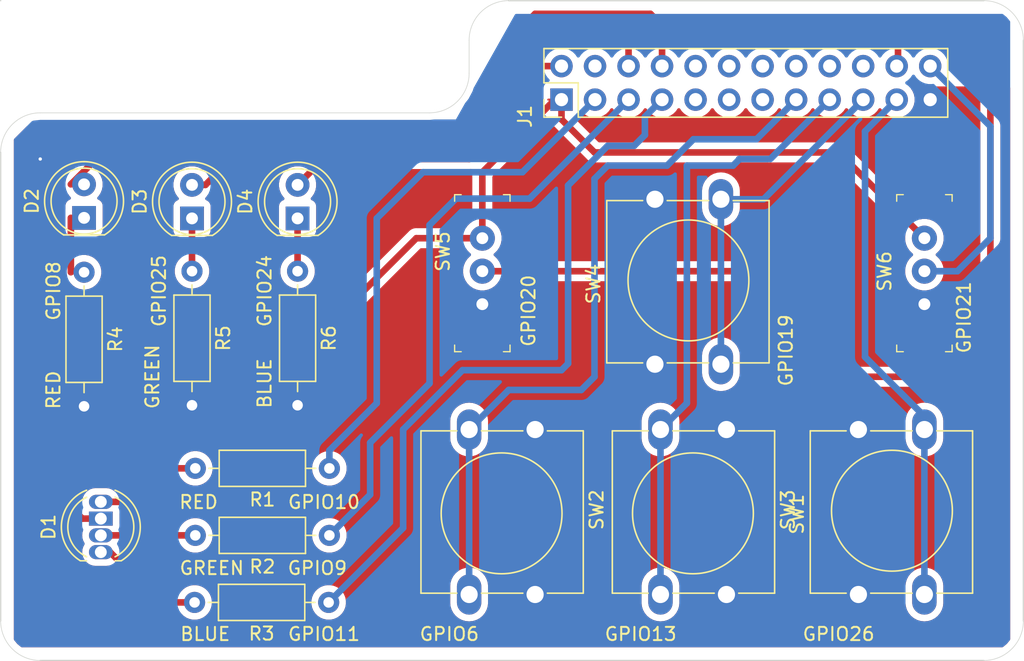
<source format=kicad_pcb>
(kicad_pcb (version 20171130) (host pcbnew 5.1.6-c6e7f7d~87~ubuntu18.04.1)

  (general
    (thickness 1.6)
    (drawings 31)
    (tracks 114)
    (zones 0)
    (modules 17)
    (nets 31)
  )

  (page A4)
  (layers
    (0 F.Cu signal)
    (31 B.Cu signal)
    (32 B.Adhes user)
    (33 F.Adhes user)
    (34 B.Paste user)
    (35 F.Paste user)
    (36 B.SilkS user)
    (37 F.SilkS user)
    (38 B.Mask user)
    (39 F.Mask user)
    (40 Dwgs.User user)
    (41 Cmts.User user)
    (42 Eco1.User user)
    (43 Eco2.User user)
    (44 Edge.Cuts user)
    (45 Margin user)
    (46 B.CrtYd user)
    (47 F.CrtYd user)
    (48 B.Fab user)
    (49 F.Fab user)
  )

  (setup
    (last_trace_width 0.5)
    (user_trace_width 0.2)
    (user_trace_width 0.5)
    (user_trace_width 1)
    (trace_clearance 0.2)
    (zone_clearance 0.508)
    (zone_45_only no)
    (trace_min 0.1524)
    (via_size 0.508)
    (via_drill 0.254)
    (via_min_size 0.508)
    (via_min_drill 0.254)
    (uvia_size 0.3)
    (uvia_drill 0.1)
    (uvias_allowed no)
    (uvia_min_size 0.2)
    (uvia_min_drill 0.1)
    (edge_width 0.05)
    (segment_width 0.2)
    (pcb_text_width 0.3)
    (pcb_text_size 1.5 1.5)
    (mod_edge_width 0.12)
    (mod_text_size 1 1)
    (mod_text_width 0.15)
    (pad_size 1.524 1.524)
    (pad_drill 0.762)
    (pad_to_mask_clearance 0.0508)
    (aux_axis_origin 0 0)
    (visible_elements FFFFFF7F)
    (pcbplotparams
      (layerselection 0x010fc_ffffffff)
      (usegerberextensions false)
      (usegerberattributes true)
      (usegerberadvancedattributes true)
      (creategerberjobfile true)
      (excludeedgelayer true)
      (linewidth 0.100000)
      (plotframeref false)
      (viasonmask false)
      (mode 1)
      (useauxorigin false)
      (hpglpennumber 1)
      (hpglpenspeed 20)
      (hpglpendiameter 15.000000)
      (psnegative false)
      (psa4output false)
      (plotreference true)
      (plotvalue true)
      (plotinvisibletext false)
      (padsonsilk false)
      (subtractmaskfromsilk false)
      (outputformat 1)
      (mirror false)
      (drillshape 1)
      (scaleselection 1)
      (outputdirectory ""))
  )

  (net 0 "")
  (net 1 "Net-(D1-Pad1)")
  (net 2 "Net-(D1-Pad2)")
  (net 3 "Net-(D1-Pad3)")
  (net 4 "Net-(D1-Pad4)")
  (net 5 "Net-(D2-Pad1)")
  (net 6 "Net-(D2-Pad2)")
  (net 7 "Net-(D3-Pad2)")
  (net 8 "Net-(D3-Pad1)")
  (net 9 "Net-(D4-Pad1)")
  (net 10 "Net-(D4-Pad2)")
  (net 11 "Net-(J1-Pad2)")
  (net 12 "Net-(J1-Pad3)")
  (net 13 "Net-(J1-Pad4)")
  (net 14 "Net-(J1-Pad5)")
  (net 15 "Net-(J1-Pad6)")
  (net 16 "Net-(J1-Pad7)")
  (net 17 "Net-(J1-Pad8)")
  (net 18 "Net-(J1-Pad9)")
  (net 19 "Net-(J1-Pad10)")
  (net 20 "Net-(J1-Pad11)")
  (net 21 "Net-(J1-Pad12)")
  (net 22 "Net-(J1-Pad13)")
  (net 23 "Net-(J1-Pad14)")
  (net 24 "Net-(J1-Pad15)")
  (net 25 "Net-(J1-Pad16)")
  (net 26 "Net-(J1-Pad17)")
  (net 27 "Net-(J1-Pad18)")
  (net 28 "Net-(J1-Pad19)")
  (net 29 "Net-(J1-Pad20)")
  (net 30 "Net-(J1-Pad23)")

  (net_class Default "This is the default net class."
    (clearance 0.2)
    (trace_width 0.1524)
    (via_dia 0.508)
    (via_drill 0.254)
    (uvia_dia 0.3)
    (uvia_drill 0.1)
    (add_net "Net-(D1-Pad1)")
    (add_net "Net-(D1-Pad2)")
    (add_net "Net-(D1-Pad3)")
    (add_net "Net-(D1-Pad4)")
    (add_net "Net-(D2-Pad1)")
    (add_net "Net-(D2-Pad2)")
    (add_net "Net-(D3-Pad1)")
    (add_net "Net-(D3-Pad2)")
    (add_net "Net-(D4-Pad1)")
    (add_net "Net-(D4-Pad2)")
    (add_net "Net-(J1-Pad10)")
    (add_net "Net-(J1-Pad11)")
    (add_net "Net-(J1-Pad12)")
    (add_net "Net-(J1-Pad13)")
    (add_net "Net-(J1-Pad14)")
    (add_net "Net-(J1-Pad15)")
    (add_net "Net-(J1-Pad16)")
    (add_net "Net-(J1-Pad17)")
    (add_net "Net-(J1-Pad18)")
    (add_net "Net-(J1-Pad19)")
    (add_net "Net-(J1-Pad2)")
    (add_net "Net-(J1-Pad20)")
    (add_net "Net-(J1-Pad23)")
    (add_net "Net-(J1-Pad3)")
    (add_net "Net-(J1-Pad4)")
    (add_net "Net-(J1-Pad5)")
    (add_net "Net-(J1-Pad6)")
    (add_net "Net-(J1-Pad7)")
    (add_net "Net-(J1-Pad8)")
    (add_net "Net-(J1-Pad9)")
  )

  (module LED_THT:LED_D5.0mm-4_RGB (layer F.Cu) (tedit 5F301843) (tstamp 5F2F4FD8)
    (at 90.09 96.79 90)
    (descr "LED, diameter 5.0mm, 2 pins, diameter 5.0mm, 3 pins, diameter 5.0mm, 4 pins, http://www.kingbright.com/attachments/file/psearch/000/00/00/L-154A4SUREQBFZGEW(Ver.9A).pdf")
    (tags "LED diameter 5.0mm 2 pins diameter 5.0mm 3 pins diameter 5.0mm 4 pins RGB RGBLED")
    (path /5F30511A)
    (fp_text reference D1 (at 1.905 -3.96 90) (layer F.SilkS)
      (effects (font (size 1 1) (thickness 0.15)))
    )
    (fp_text value LED_ABRG (at 1.905 3.96 90) (layer F.Fab)
      (effects (font (size 1 1) (thickness 0.15)))
    )
    (fp_line (start 5.15 -3.25) (end -1.35 -3.25) (layer F.CrtYd) (width 0.05))
    (fp_line (start 5.15 3.25) (end 5.15 -3.25) (layer F.CrtYd) (width 0.05))
    (fp_line (start -1.35 3.25) (end 5.15 3.25) (layer F.CrtYd) (width 0.05))
    (fp_line (start -1.35 -3.25) (end -1.35 3.25) (layer F.CrtYd) (width 0.05))
    (fp_line (start -0.655 1.08) (end -0.655 1.545) (layer F.SilkS) (width 0.12))
    (fp_line (start -0.655 -1.545) (end -0.655 -1.08) (layer F.SilkS) (width 0.12))
    (fp_line (start -0.595 -1.469694) (end -0.595 1.469694) (layer F.Fab) (width 0.1))
    (fp_circle (center 1.905 0) (end 4.405 0) (layer F.Fab) (width 0.1))
    (fp_arc (start 1.905 0) (end -0.595 -1.469694) (angle 299.1) (layer F.Fab) (width 0.1))
    (fp_arc (start 1.905 0) (end -0.655 -1.54483) (angle 127.7) (layer F.SilkS) (width 0.12))
    (fp_arc (start 1.905 0) (end -0.655 1.54483) (angle -127.7) (layer F.SilkS) (width 0.12))
    (fp_arc (start 1.905 0) (end -0.349684 -1.08) (angle 128.8) (layer F.SilkS) (width 0.12))
    (fp_arc (start 1.905 0) (end -0.349684 1.08) (angle -128.8) (layer F.SilkS) (width 0.12))
    (fp_text user %R (at 1.905 -3.96 90) (layer F.Fab)
      (effects (font (size 1 1) (thickness 0.15)))
    )
    (pad 1 thru_hole rect (at 2.54 0 90) (size 1.07 1.8) (drill 0.9) (layers *.Cu *.Mask)
      (net 1 "Net-(D1-Pad1)"))
    (pad 2 thru_hole oval (at 3.81 0 90) (size 1.07 1.8) (drill 0.9) (layers *.Cu *.Mask)
      (net 2 "Net-(D1-Pad2)"))
    (pad 3 thru_hole oval (at 0 0 90) (size 1.07 1.8) (drill 0.9) (layers *.Cu *.Mask)
      (net 3 "Net-(D1-Pad3)"))
    (pad 4 thru_hole oval (at 1.27 0 90) (size 1.07 1.8) (drill 0.9) (layers *.Cu *.Mask)
      (net 4 "Net-(D1-Pad4)"))
    (model ${KISYS3DMOD}/LED_THT.3dshapes/LED_D5.0mm-4_RGB.wrl
      (at (xyz 0 0 0))
      (scale (xyz 1 1 1))
      (rotate (xyz 0 0 0))
    )
  )

  (module digikey-footprints:Switch_Slide_11.6x4mm_EG1218 (layer F.Cu) (tedit 5A1EC915) (tstamp 5F2F6ED3)
    (at 152.5 78 90)
    (descr http://spec_sheets.e-switch.com/specs/P040040.pdf)
    (path /5F33456B)
    (fp_text reference SW6 (at 2.49 -3.02 90) (layer F.SilkS)
      (effects (font (size 1 1) (thickness 0.15)))
    )
    (fp_text value SW_DPDT_x2 (at 2.11 3.14 90) (layer F.Fab)
      (effects (font (size 1 1) (thickness 0.15)))
    )
    (fp_line (start -3.42 -2) (end 8.18 -2) (layer F.Fab) (width 0.1))
    (fp_line (start -3.42 2) (end -3.42 -2) (layer F.Fab) (width 0.1))
    (fp_line (start 8.18 2) (end 8.18 -2) (layer F.Fab) (width 0.1))
    (fp_line (start -3.42 2) (end 8.18 2) (layer F.Fab) (width 0.1))
    (fp_line (start 8.3 -2.1) (end 7.8 -2.1) (layer F.SilkS) (width 0.1))
    (fp_line (start 8.3 -2.1) (end 8.3 -1.6) (layer F.SilkS) (width 0.1))
    (fp_line (start -3.6 -2.1) (end -3.6 -1.6) (layer F.SilkS) (width 0.1))
    (fp_line (start -3.6 -2.1) (end -3.1 -2.1) (layer F.SilkS) (width 0.1))
    (fp_line (start -3.6 2.1) (end -3.6 1.6) (layer F.SilkS) (width 0.1))
    (fp_line (start -3.6 2.1) (end -3.1 2.1) (layer F.SilkS) (width 0.1))
    (fp_line (start 8.3 2.1) (end 8.3 1.6) (layer F.SilkS) (width 0.1))
    (fp_line (start 8.3 2.1) (end 7.8 2.1) (layer F.SilkS) (width 0.1))
    (fp_line (start -3.67 -2.25) (end 8.43 -2.25) (layer F.CrtYd) (width 0.05))
    (fp_line (start 8.43 2.25) (end 8.43 -2.25) (layer F.CrtYd) (width 0.05))
    (fp_line (start -3.67 2.25) (end 8.43 2.25) (layer F.CrtYd) (width 0.05))
    (fp_line (start -3.67 2.25) (end -3.67 -2.25) (layer F.CrtYd) (width 0.05))
    (fp_text user %R (at 2.5 0 90) (layer F.Fab)
      (effects (font (size 1 1) (thickness 0.15)))
    )
    (pad 3 thru_hole circle (at 5 0 90) (size 1.9 1.9) (drill 0.9) (layers *.Cu *.Mask)
      (net 1 "Net-(D1-Pad1)"))
    (pad 2 thru_hole circle (at 2.5 0 90) (size 1.9 1.9) (drill 0.9) (layers *.Cu *.Mask)
      (net 22 "Net-(J1-Pad13)"))
    (pad 1 thru_hole rect (at 0 0 90) (size 1.9 1.9) (drill 0.9) (layers *.Cu *.Mask)
      (net 21 "Net-(J1-Pad12)"))
  )

  (module Connector_PinHeader_2.54mm:PinHeader_2x12_P2.54mm_Vertical (layer F.Cu) (tedit 5F2EFFCA) (tstamp 5F2F51A6)
    (at 125 62.5 90)
    (descr "Through hole straight pin header, 2x12, 2.54mm pitch, double rows")
    (tags "Through hole pin header THT 2x12 2.54mm double row")
    (path /5F2F3CC7)
    (fp_text reference J1 (at -1.27 -2.77 90) (layer F.SilkS)
      (effects (font (size 1 1) (thickness 0.15)))
    )
    (fp_text value Conn_02x12_Counter_Clockwise (at -1.27 30.71 90) (layer F.Fab) hide
      (effects (font (size 1 1) (thickness 0.15)))
    )
    (fp_line (start 0 -1.27) (end 3.81 -1.27) (layer F.Fab) (width 0.1))
    (fp_line (start 3.81 -1.27) (end 3.81 29.21) (layer F.Fab) (width 0.1))
    (fp_line (start 3.81 29.21) (end -1.27 29.21) (layer F.Fab) (width 0.1))
    (fp_line (start -1.27 29.21) (end -1.27 0) (layer F.Fab) (width 0.1))
    (fp_line (start -1.27 0) (end 0 -1.27) (layer F.Fab) (width 0.1))
    (fp_line (start -1.33 29.27) (end 3.87 29.27) (layer F.SilkS) (width 0.12))
    (fp_line (start -1.33 1.27) (end -1.33 29.27) (layer F.SilkS) (width 0.12))
    (fp_line (start 3.87 -1.33) (end 3.87 29.27) (layer F.SilkS) (width 0.12))
    (fp_line (start -1.33 1.27) (end 1.27 1.27) (layer F.SilkS) (width 0.12))
    (fp_line (start 1.27 1.27) (end 1.27 -1.33) (layer F.SilkS) (width 0.12))
    (fp_line (start 1.27 -1.33) (end 3.87 -1.33) (layer F.SilkS) (width 0.12))
    (fp_line (start -1.33 0) (end -1.33 -1.33) (layer F.SilkS) (width 0.12))
    (fp_line (start -1.33 -1.33) (end 0 -1.33) (layer F.SilkS) (width 0.12))
    (fp_line (start -1.8 -1.8) (end -1.8 29.75) (layer F.CrtYd) (width 0.05))
    (fp_line (start -1.8 29.75) (end 4.35 29.75) (layer F.CrtYd) (width 0.05))
    (fp_line (start 4.35 29.75) (end 4.35 -1.8) (layer F.CrtYd) (width 0.05))
    (fp_line (start 4.35 -1.8) (end -1.8 -1.8) (layer F.CrtYd) (width 0.05))
    (fp_text user %R (at -1.27 13.97 180) (layer F.Fab)
      (effects (font (size 1 1) (thickness 0.15)))
    )
    (pad 24 thru_hole oval (at 2.54 0 90) (size 1.7 1.7) (drill 1) (layers *.Cu *.Mask)
      (net 10 "Net-(D4-Pad2)"))
    (pad 23 thru_hole oval (at 2.54 2.54 90) (size 1.7 1.7) (drill 1) (layers *.Cu *.Mask)
      (net 30 "Net-(J1-Pad23)"))
    (pad 22 thru_hole oval (at 2.54 5.08 90) (size 1.7 1.7) (drill 1) (layers *.Cu *.Mask)
      (net 7 "Net-(D3-Pad2)"))
    (pad 21 thru_hole oval (at 2.54 7.62 90) (size 1.7 1.7) (drill 1) (layers *.Cu *.Mask)
      (net 6 "Net-(D2-Pad2)"))
    (pad 20 thru_hole oval (at 2.54 10.16 90) (size 1.7 1.7) (drill 1) (layers *.Cu *.Mask)
      (net 29 "Net-(J1-Pad20)"))
    (pad 19 thru_hole oval (at 2.54 12.7 90) (size 1.7 1.7) (drill 1) (layers *.Cu *.Mask)
      (net 28 "Net-(J1-Pad19)"))
    (pad 18 thru_hole oval (at 2.54 15.24 90) (size 1.7 1.7) (drill 1) (layers *.Cu *.Mask)
      (net 27 "Net-(J1-Pad18)"))
    (pad 17 thru_hole oval (at 2.54 17.78 90) (size 1.7 1.7) (drill 1) (layers *.Cu *.Mask)
      (net 26 "Net-(J1-Pad17)"))
    (pad 16 thru_hole oval (at 2.54 20.32 90) (size 1.7 1.7) (drill 1) (layers *.Cu *.Mask)
      (net 25 "Net-(J1-Pad16)"))
    (pad 15 thru_hole oval (at 2.54 22.86 90) (size 1.7 1.7) (drill 1) (layers *.Cu *.Mask)
      (net 24 "Net-(J1-Pad15)"))
    (pad 14 thru_hole oval (at 2.54 25.4 90) (size 1.7 1.7) (drill 1) (layers *.Cu *.Mask)
      (net 23 "Net-(J1-Pad14)"))
    (pad 13 thru_hole oval (at 2.54 27.94 90) (size 1.7 1.7) (drill 1) (layers *.Cu *.Mask)
      (net 22 "Net-(J1-Pad13)"))
    (pad 12 thru_hole oval (at 0 27.94 90) (size 1.7 1.7) (drill 1) (layers *.Cu *.Mask)
      (net 21 "Net-(J1-Pad12)"))
    (pad 11 thru_hole oval (at 0 25.4 90) (size 1.7 1.7) (drill 1) (layers *.Cu *.Mask)
      (net 20 "Net-(J1-Pad11)"))
    (pad 10 thru_hole oval (at 0 22.86 90) (size 1.7 1.7) (drill 1) (layers *.Cu *.Mask)
      (net 19 "Net-(J1-Pad10)"))
    (pad 9 thru_hole oval (at 0 20.32 90) (size 1.7 1.7) (drill 1) (layers *.Cu *.Mask)
      (net 18 "Net-(J1-Pad9)"))
    (pad 8 thru_hole oval (at 0 17.78 90) (size 1.7 1.7) (drill 1) (layers *.Cu *.Mask)
      (net 17 "Net-(J1-Pad8)"))
    (pad 7 thru_hole oval (at 0 15.24 90) (size 1.7 1.7) (drill 1) (layers *.Cu *.Mask)
      (net 16 "Net-(J1-Pad7)"))
    (pad 6 thru_hole oval (at 0 12.7 90) (size 1.7 1.7) (drill 1) (layers *.Cu *.Mask)
      (net 15 "Net-(J1-Pad6)"))
    (pad 5 thru_hole oval (at 0 10.16 90) (size 1.7 1.7) (drill 1) (layers *.Cu *.Mask)
      (net 14 "Net-(J1-Pad5)"))
    (pad 4 thru_hole oval (at 0 7.62 90) (size 1.7 1.7) (drill 1) (layers *.Cu *.Mask)
      (net 13 "Net-(J1-Pad4)"))
    (pad 3 thru_hole oval (at 0 5.08 90) (size 1.7 1.7) (drill 1) (layers *.Cu *.Mask)
      (net 12 "Net-(J1-Pad3)"))
    (pad 2 thru_hole oval (at 0 2.54 90) (size 1.7 1.7) (drill 1) (layers *.Cu *.Mask)
      (net 11 "Net-(J1-Pad2)"))
    (pad 1 thru_hole rect (at 0 0 90) (size 1.7 1.7) (drill 1) (layers *.Cu *.Mask)
      (net 1 "Net-(D1-Pad1)"))
    (model ${KISYS3DMOD}/Connector_PinHeader_2.54mm.3dshapes/PinHeader_2x12_P2.54mm_Vertical.wrl
      (at (xyz 0 0 0))
      (scale (xyz 1 1 1))
      (rotate (xyz 0 0 0))
    )
  )

  (module digikey-footprints:Switch_Slide_11.6x4mm_EG1218 (layer F.Cu) (tedit 5A1EC915) (tstamp 5F2F4EA3)
    (at 119 78 90)
    (descr http://spec_sheets.e-switch.com/specs/P040040.pdf)
    (path /5F332A15)
    (fp_text reference SW5 (at 3.99 -2.99 90) (layer F.SilkS)
      (effects (font (size 1 1) (thickness 0.15)))
    )
    (fp_text value SW_DPDT_x2 (at 2 3 90) (layer F.Fab)
      (effects (font (size 1 1) (thickness 0.15)))
    )
    (fp_line (start -3.42 -2) (end 8.18 -2) (layer F.Fab) (width 0.1))
    (fp_line (start -3.42 2) (end -3.42 -2) (layer F.Fab) (width 0.1))
    (fp_line (start 8.18 2) (end 8.18 -2) (layer F.Fab) (width 0.1))
    (fp_line (start -3.42 2) (end 8.18 2) (layer F.Fab) (width 0.1))
    (fp_line (start 8.3 -2.1) (end 7.8 -2.1) (layer F.SilkS) (width 0.1))
    (fp_line (start 8.3 -2.1) (end 8.3 -1.6) (layer F.SilkS) (width 0.1))
    (fp_line (start -3.6 -2.1) (end -3.6 -1.6) (layer F.SilkS) (width 0.1))
    (fp_line (start -3.6 -2.1) (end -3.1 -2.1) (layer F.SilkS) (width 0.1))
    (fp_line (start -3.6 2.1) (end -3.6 1.6) (layer F.SilkS) (width 0.1))
    (fp_line (start -3.6 2.1) (end -3.1 2.1) (layer F.SilkS) (width 0.1))
    (fp_line (start 8.3 2.1) (end 8.3 1.6) (layer F.SilkS) (width 0.1))
    (fp_line (start 8.3 2.1) (end 7.8 2.1) (layer F.SilkS) (width 0.1))
    (fp_line (start -3.67 -2.25) (end 8.43 -2.25) (layer F.CrtYd) (width 0.05))
    (fp_line (start 8.43 2.25) (end 8.43 -2.25) (layer F.CrtYd) (width 0.05))
    (fp_line (start -3.67 2.25) (end 8.43 2.25) (layer F.CrtYd) (width 0.05))
    (fp_line (start -3.67 2.25) (end -3.67 -2.25) (layer F.CrtYd) (width 0.05))
    (fp_text user %R (at 3.99 -2.99 90) (layer F.Fab)
      (effects (font (size 1 1) (thickness 0.15)))
    )
    (pad 3 thru_hole circle (at 5 0 90) (size 1.9 1.9) (drill 0.9) (layers *.Cu *.Mask)
      (net 1 "Net-(D1-Pad1)"))
    (pad 2 thru_hole circle (at 2.5 0 90) (size 1.9 1.9) (drill 0.9) (layers *.Cu *.Mask)
      (net 23 "Net-(J1-Pad14)"))
    (pad 1 thru_hole rect (at 0 0 90) (size 1.9 1.9) (drill 0.9) (layers *.Cu *.Mask)
      (net 21 "Net-(J1-Pad12)"))
  )

  (module LED_THT:LED_D5.0mm (layer F.Cu) (tedit 5995936A) (tstamp 5F304C6B)
    (at 88.82 71.46 90)
    (descr "LED, diameter 5.0mm, 2 pins, http://cdn-reichelt.de/documents/datenblatt/A500/LL-504BC2E-009.pdf")
    (tags "LED diameter 5.0mm 2 pins")
    (path /5F2EC325)
    (fp_text reference D2 (at 1.27 -3.96 90) (layer F.SilkS)
      (effects (font (size 1 1) (thickness 0.15)))
    )
    (fp_text value LED (at 1.27 3.96 90) (layer F.Fab)
      (effects (font (size 1 1) (thickness 0.15)))
    )
    (fp_line (start 4.5 -3.25) (end -1.95 -3.25) (layer F.CrtYd) (width 0.05))
    (fp_line (start 4.5 3.25) (end 4.5 -3.25) (layer F.CrtYd) (width 0.05))
    (fp_line (start -1.95 3.25) (end 4.5 3.25) (layer F.CrtYd) (width 0.05))
    (fp_line (start -1.95 -3.25) (end -1.95 3.25) (layer F.CrtYd) (width 0.05))
    (fp_line (start -1.29 -1.545) (end -1.29 1.545) (layer F.SilkS) (width 0.12))
    (fp_line (start -1.23 -1.469694) (end -1.23 1.469694) (layer F.Fab) (width 0.1))
    (fp_circle (center 1.27 0) (end 3.77 0) (layer F.SilkS) (width 0.12))
    (fp_circle (center 1.27 0) (end 3.77 0) (layer F.Fab) (width 0.1))
    (fp_arc (start 1.27 0) (end -1.23 -1.469694) (angle 299.1) (layer F.Fab) (width 0.1))
    (fp_arc (start 1.27 0) (end -1.29 -1.54483) (angle 148.9) (layer F.SilkS) (width 0.12))
    (fp_arc (start 1.27 0) (end -1.29 1.54483) (angle -148.9) (layer F.SilkS) (width 0.12))
    (fp_text user %R (at 1.25 0 90) (layer F.Fab)
      (effects (font (size 0.8 0.8) (thickness 0.2)))
    )
    (pad 1 thru_hole rect (at 0 0 90) (size 1.8 1.8) (drill 0.9) (layers *.Cu *.Mask)
      (net 5 "Net-(D2-Pad1)"))
    (pad 2 thru_hole circle (at 2.54 0 90) (size 1.8 1.8) (drill 0.9) (layers *.Cu *.Mask)
      (net 6 "Net-(D2-Pad2)"))
    (model ${KISYS3DMOD}/LED_THT.3dshapes/LED_D5.0mm.wrl
      (at (xyz 0 0 0))
      (scale (xyz 1 1 1))
      (rotate (xyz 0 0 0))
    )
  )

  (module LED_THT:LED_D5.0mm (layer F.Cu) (tedit 5995936A) (tstamp 5F304C38)
    (at 97 71.5 90)
    (descr "LED, diameter 5.0mm, 2 pins, http://cdn-reichelt.de/documents/datenblatt/A500/LL-504BC2E-009.pdf")
    (tags "LED diameter 5.0mm 2 pins")
    (path /5F2EC916)
    (fp_text reference D3 (at 1.27 -3.96 90) (layer F.SilkS)
      (effects (font (size 1 1) (thickness 0.15)))
    )
    (fp_text value LED (at 1.27 3.96 90) (layer F.Fab)
      (effects (font (size 1 1) (thickness 0.15)))
    )
    (fp_circle (center 1.27 0) (end 3.77 0) (layer F.Fab) (width 0.1))
    (fp_circle (center 1.27 0) (end 3.77 0) (layer F.SilkS) (width 0.12))
    (fp_line (start -1.23 -1.469694) (end -1.23 1.469694) (layer F.Fab) (width 0.1))
    (fp_line (start -1.29 -1.545) (end -1.29 1.545) (layer F.SilkS) (width 0.12))
    (fp_line (start -1.95 -3.25) (end -1.95 3.25) (layer F.CrtYd) (width 0.05))
    (fp_line (start -1.95 3.25) (end 4.5 3.25) (layer F.CrtYd) (width 0.05))
    (fp_line (start 4.5 3.25) (end 4.5 -3.25) (layer F.CrtYd) (width 0.05))
    (fp_line (start 4.5 -3.25) (end -1.95 -3.25) (layer F.CrtYd) (width 0.05))
    (fp_text user %R (at 1.25 0 90) (layer F.Fab)
      (effects (font (size 0.8 0.8) (thickness 0.2)))
    )
    (fp_arc (start 1.27 0) (end -1.29 1.54483) (angle -148.9) (layer F.SilkS) (width 0.12))
    (fp_arc (start 1.27 0) (end -1.29 -1.54483) (angle 148.9) (layer F.SilkS) (width 0.12))
    (fp_arc (start 1.27 0) (end -1.23 -1.469694) (angle 299.1) (layer F.Fab) (width 0.1))
    (pad 2 thru_hole circle (at 2.54 0 90) (size 1.8 1.8) (drill 0.9) (layers *.Cu *.Mask)
      (net 7 "Net-(D3-Pad2)"))
    (pad 1 thru_hole rect (at 0 0 90) (size 1.8 1.8) (drill 0.9) (layers *.Cu *.Mask)
      (net 8 "Net-(D3-Pad1)"))
    (model ${KISYS3DMOD}/LED_THT.3dshapes/LED_D5.0mm.wrl
      (at (xyz 0 0 0))
      (scale (xyz 1 1 1))
      (rotate (xyz 0 0 0))
    )
  )

  (module LED_THT:LED_D5.0mm (layer F.Cu) (tedit 5995936A) (tstamp 5F304C9E)
    (at 105 71.5 90)
    (descr "LED, diameter 5.0mm, 2 pins, http://cdn-reichelt.de/documents/datenblatt/A500/LL-504BC2E-009.pdf")
    (tags "LED diameter 5.0mm 2 pins")
    (path /5F2ED00C)
    (fp_text reference D4 (at 1.27 -3.96 90) (layer F.SilkS)
      (effects (font (size 1 1) (thickness 0.15)))
    )
    (fp_text value LED (at 1.27 3.96 90) (layer F.Fab)
      (effects (font (size 1 1) (thickness 0.15)))
    )
    (fp_line (start 4.5 -3.25) (end -1.95 -3.25) (layer F.CrtYd) (width 0.05))
    (fp_line (start 4.5 3.25) (end 4.5 -3.25) (layer F.CrtYd) (width 0.05))
    (fp_line (start -1.95 3.25) (end 4.5 3.25) (layer F.CrtYd) (width 0.05))
    (fp_line (start -1.95 -3.25) (end -1.95 3.25) (layer F.CrtYd) (width 0.05))
    (fp_line (start -1.29 -1.545) (end -1.29 1.545) (layer F.SilkS) (width 0.12))
    (fp_line (start -1.23 -1.469694) (end -1.23 1.469694) (layer F.Fab) (width 0.1))
    (fp_circle (center 1.27 0) (end 3.77 0) (layer F.SilkS) (width 0.12))
    (fp_circle (center 1.27 0) (end 3.77 0) (layer F.Fab) (width 0.1))
    (fp_arc (start 1.27 0) (end -1.23 -1.469694) (angle 299.1) (layer F.Fab) (width 0.1))
    (fp_arc (start 1.27 0) (end -1.29 -1.54483) (angle 148.9) (layer F.SilkS) (width 0.12))
    (fp_arc (start 1.27 0) (end -1.29 1.54483) (angle -148.9) (layer F.SilkS) (width 0.12))
    (fp_text user %R (at 1.25 0 90) (layer F.Fab)
      (effects (font (size 0.8 0.8) (thickness 0.2)))
    )
    (pad 1 thru_hole rect (at 0 0 90) (size 1.8 1.8) (drill 0.9) (layers *.Cu *.Mask)
      (net 9 "Net-(D4-Pad1)"))
    (pad 2 thru_hole circle (at 2.54 0 90) (size 1.8 1.8) (drill 0.9) (layers *.Cu *.Mask)
      (net 10 "Net-(D4-Pad2)"))
    (model ${KISYS3DMOD}/LED_THT.3dshapes/LED_D5.0mm.wrl
      (at (xyz 0 0 0))
      (scale (xyz 1 1 1))
      (rotate (xyz 0 0 0))
    )
  )

  (module Resistor_THT:R_Axial_DIN0207_L6.3mm_D2.5mm_P10.16mm_Horizontal (layer F.Cu) (tedit 5AE5139B) (tstamp 5F2F5018)
    (at 107.41 90.44 180)
    (descr "Resistor, Axial_DIN0207 series, Axial, Horizontal, pin pitch=10.16mm, 0.25W = 1/4W, length*diameter=6.3*2.5mm^2, http://cdn-reichelt.de/documents/datenblatt/B400/1_4W%23YAG.pdf")
    (tags "Resistor Axial_DIN0207 series Axial Horizontal pin pitch 10.16mm 0.25W = 1/4W length 6.3mm diameter 2.5mm")
    (path /5F307611)
    (fp_text reference R1 (at 5.08 -2.37) (layer F.SilkS)
      (effects (font (size 1 1) (thickness 0.15)))
    )
    (fp_text value 220 (at 5.08 2.37) (layer F.Fab) hide
      (effects (font (size 1 1) (thickness 0.15)))
    )
    (fp_line (start 1.93 -1.25) (end 1.93 1.25) (layer F.Fab) (width 0.1))
    (fp_line (start 1.93 1.25) (end 8.23 1.25) (layer F.Fab) (width 0.1))
    (fp_line (start 8.23 1.25) (end 8.23 -1.25) (layer F.Fab) (width 0.1))
    (fp_line (start 8.23 -1.25) (end 1.93 -1.25) (layer F.Fab) (width 0.1))
    (fp_line (start 0 0) (end 1.93 0) (layer F.Fab) (width 0.1))
    (fp_line (start 10.16 0) (end 8.23 0) (layer F.Fab) (width 0.1))
    (fp_line (start 1.81 -1.37) (end 1.81 1.37) (layer F.SilkS) (width 0.12))
    (fp_line (start 1.81 1.37) (end 8.35 1.37) (layer F.SilkS) (width 0.12))
    (fp_line (start 8.35 1.37) (end 8.35 -1.37) (layer F.SilkS) (width 0.12))
    (fp_line (start 8.35 -1.37) (end 1.81 -1.37) (layer F.SilkS) (width 0.12))
    (fp_line (start 1.04 0) (end 1.81 0) (layer F.SilkS) (width 0.12))
    (fp_line (start 9.12 0) (end 8.35 0) (layer F.SilkS) (width 0.12))
    (fp_line (start -1.05 -1.5) (end -1.05 1.5) (layer F.CrtYd) (width 0.05))
    (fp_line (start -1.05 1.5) (end 11.21 1.5) (layer F.CrtYd) (width 0.05))
    (fp_line (start 11.21 1.5) (end 11.21 -1.5) (layer F.CrtYd) (width 0.05))
    (fp_line (start 11.21 -1.5) (end -1.05 -1.5) (layer F.CrtYd) (width 0.05))
    (fp_text user %R (at 5.08 0) (layer F.Fab)
      (effects (font (size 1 1) (thickness 0.15)))
    )
    (pad 2 thru_hole oval (at 10.16 0 180) (size 1.6 1.6) (drill 0.8) (layers *.Cu *.Mask)
      (net 2 "Net-(D1-Pad2)"))
    (pad 1 thru_hole circle (at 0 0 180) (size 1.6 1.6) (drill 0.8) (layers *.Cu *.Mask)
      (net 11 "Net-(J1-Pad2)"))
    (model ${KISYS3DMOD}/Resistor_THT.3dshapes/R_Axial_DIN0207_L6.3mm_D2.5mm_P10.16mm_Horizontal.wrl
      (at (xyz 0 0 0))
      (scale (xyz 1 1 1))
      (rotate (xyz 0 0 0))
    )
  )

  (module Resistor_THT:R_Axial_DIN0207_L6.3mm_D2.5mm_P10.16mm_Horizontal (layer F.Cu) (tedit 5AE5139B) (tstamp 5F2F5216)
    (at 107.41 95.52 180)
    (descr "Resistor, Axial_DIN0207 series, Axial, Horizontal, pin pitch=10.16mm, 0.25W = 1/4W, length*diameter=6.3*2.5mm^2, http://cdn-reichelt.de/documents/datenblatt/B400/1_4W%23YAG.pdf")
    (tags "Resistor Axial_DIN0207 series Axial Horizontal pin pitch 10.16mm 0.25W = 1/4W length 6.3mm diameter 2.5mm")
    (path /5F3082AE)
    (fp_text reference R2 (at 5.08 -2.37) (layer F.SilkS)
      (effects (font (size 1 1) (thickness 0.15)))
    )
    (fp_text value 220 (at 5.08 2.37) (layer F.Fab) hide
      (effects (font (size 1 1) (thickness 0.15)))
    )
    (fp_line (start 11.21 -1.5) (end -1.05 -1.5) (layer F.CrtYd) (width 0.05))
    (fp_line (start 11.21 1.5) (end 11.21 -1.5) (layer F.CrtYd) (width 0.05))
    (fp_line (start -1.05 1.5) (end 11.21 1.5) (layer F.CrtYd) (width 0.05))
    (fp_line (start -1.05 -1.5) (end -1.05 1.5) (layer F.CrtYd) (width 0.05))
    (fp_line (start 9.12 0) (end 8.35 0) (layer F.SilkS) (width 0.12))
    (fp_line (start 1.04 0) (end 1.81 0) (layer F.SilkS) (width 0.12))
    (fp_line (start 8.35 -1.37) (end 1.81 -1.37) (layer F.SilkS) (width 0.12))
    (fp_line (start 8.35 1.37) (end 8.35 -1.37) (layer F.SilkS) (width 0.12))
    (fp_line (start 1.81 1.37) (end 8.35 1.37) (layer F.SilkS) (width 0.12))
    (fp_line (start 1.81 -1.37) (end 1.81 1.37) (layer F.SilkS) (width 0.12))
    (fp_line (start 10.16 0) (end 8.23 0) (layer F.Fab) (width 0.1))
    (fp_line (start 0 0) (end 1.93 0) (layer F.Fab) (width 0.1))
    (fp_line (start 8.23 -1.25) (end 1.93 -1.25) (layer F.Fab) (width 0.1))
    (fp_line (start 8.23 1.25) (end 8.23 -1.25) (layer F.Fab) (width 0.1))
    (fp_line (start 1.93 1.25) (end 8.23 1.25) (layer F.Fab) (width 0.1))
    (fp_line (start 1.93 -1.25) (end 1.93 1.25) (layer F.Fab) (width 0.1))
    (fp_text user %R (at 5.08 0) (layer F.Fab)
      (effects (font (size 1 1) (thickness 0.15)))
    )
    (pad 1 thru_hole circle (at 0 0 180) (size 1.6 1.6) (drill 0.8) (layers *.Cu *.Mask)
      (net 12 "Net-(J1-Pad3)"))
    (pad 2 thru_hole oval (at 10.16 0 180) (size 1.6 1.6) (drill 0.8) (layers *.Cu *.Mask)
      (net 4 "Net-(D1-Pad4)"))
    (model ${KISYS3DMOD}/Resistor_THT.3dshapes/R_Axial_DIN0207_L6.3mm_D2.5mm_P10.16mm_Horizontal.wrl
      (at (xyz 0 0 0))
      (scale (xyz 1 1 1))
      (rotate (xyz 0 0 0))
    )
  )

  (module Resistor_THT:R_Axial_DIN0207_L6.3mm_D2.5mm_P10.16mm_Horizontal (layer F.Cu) (tedit 5AE5139B) (tstamp 5F2F56F4)
    (at 107.355001 100.6 180)
    (descr "Resistor, Axial_DIN0207 series, Axial, Horizontal, pin pitch=10.16mm, 0.25W = 1/4W, length*diameter=6.3*2.5mm^2, http://cdn-reichelt.de/documents/datenblatt/B400/1_4W%23YAG.pdf")
    (tags "Resistor Axial_DIN0207 series Axial Horizontal pin pitch 10.16mm 0.25W = 1/4W length 6.3mm diameter 2.5mm")
    (path /5F308624)
    (fp_text reference R3 (at 5.08 -2.37) (layer F.SilkS)
      (effects (font (size 1 1) (thickness 0.15)))
    )
    (fp_text value 220 (at 5.08 2.37) (layer F.Fab) hide
      (effects (font (size 1 1) (thickness 0.15)))
    )
    (fp_line (start 1.93 -1.25) (end 1.93 1.25) (layer F.Fab) (width 0.1))
    (fp_line (start 1.93 1.25) (end 8.23 1.25) (layer F.Fab) (width 0.1))
    (fp_line (start 8.23 1.25) (end 8.23 -1.25) (layer F.Fab) (width 0.1))
    (fp_line (start 8.23 -1.25) (end 1.93 -1.25) (layer F.Fab) (width 0.1))
    (fp_line (start 0 0) (end 1.93 0) (layer F.Fab) (width 0.1))
    (fp_line (start 10.16 0) (end 8.23 0) (layer F.Fab) (width 0.1))
    (fp_line (start 1.81 -1.37) (end 1.81 1.37) (layer F.SilkS) (width 0.12))
    (fp_line (start 1.81 1.37) (end 8.35 1.37) (layer F.SilkS) (width 0.12))
    (fp_line (start 8.35 1.37) (end 8.35 -1.37) (layer F.SilkS) (width 0.12))
    (fp_line (start 8.35 -1.37) (end 1.81 -1.37) (layer F.SilkS) (width 0.12))
    (fp_line (start 1.04 0) (end 1.81 0) (layer F.SilkS) (width 0.12))
    (fp_line (start 9.12 0) (end 8.35 0) (layer F.SilkS) (width 0.12))
    (fp_line (start -1.05 -1.5) (end -1.05 1.5) (layer F.CrtYd) (width 0.05))
    (fp_line (start -1.05 1.5) (end 11.21 1.5) (layer F.CrtYd) (width 0.05))
    (fp_line (start 11.21 1.5) (end 11.21 -1.5) (layer F.CrtYd) (width 0.05))
    (fp_line (start 11.21 -1.5) (end -1.05 -1.5) (layer F.CrtYd) (width 0.05))
    (fp_text user %R (at 5.08 0) (layer F.Fab)
      (effects (font (size 1 1) (thickness 0.15)))
    )
    (pad 2 thru_hole oval (at 10.16 0 180) (size 1.6 1.6) (drill 0.8) (layers *.Cu *.Mask)
      (net 3 "Net-(D1-Pad3)"))
    (pad 1 thru_hole circle (at 0 0 180) (size 1.6 1.6) (drill 0.8) (layers *.Cu *.Mask)
      (net 13 "Net-(J1-Pad4)"))
    (model ${KISYS3DMOD}/Resistor_THT.3dshapes/R_Axial_DIN0207_L6.3mm_D2.5mm_P10.16mm_Horizontal.wrl
      (at (xyz 0 0 0))
      (scale (xyz 1 1 1))
      (rotate (xyz 0 0 0))
    )
  )

  (module Resistor_THT:R_Axial_DIN0207_L6.3mm_D2.5mm_P10.16mm_Horizontal (layer F.Cu) (tedit 5AE5139B) (tstamp 5F2F534F)
    (at 88.82 75.58 270)
    (descr "Resistor, Axial_DIN0207 series, Axial, Horizontal, pin pitch=10.16mm, 0.25W = 1/4W, length*diameter=6.3*2.5mm^2, http://cdn-reichelt.de/documents/datenblatt/B400/1_4W%23YAG.pdf")
    (tags "Resistor Axial_DIN0207 series Axial Horizontal pin pitch 10.16mm 0.25W = 1/4W length 6.3mm diameter 2.5mm")
    (path /5F2F085A)
    (fp_text reference R4 (at 5.08 -2.37 90) (layer F.SilkS)
      (effects (font (size 1 1) (thickness 0.15)))
    )
    (fp_text value 220 (at 5.08 2.37 90) (layer F.Fab) hide
      (effects (font (size 1 1) (thickness 0.15)))
    )
    (fp_line (start 11.21 -1.5) (end -1.05 -1.5) (layer F.CrtYd) (width 0.05))
    (fp_line (start 11.21 1.5) (end 11.21 -1.5) (layer F.CrtYd) (width 0.05))
    (fp_line (start -1.05 1.5) (end 11.21 1.5) (layer F.CrtYd) (width 0.05))
    (fp_line (start -1.05 -1.5) (end -1.05 1.5) (layer F.CrtYd) (width 0.05))
    (fp_line (start 9.12 0) (end 8.35 0) (layer F.SilkS) (width 0.12))
    (fp_line (start 1.04 0) (end 1.81 0) (layer F.SilkS) (width 0.12))
    (fp_line (start 8.35 -1.37) (end 1.81 -1.37) (layer F.SilkS) (width 0.12))
    (fp_line (start 8.35 1.37) (end 8.35 -1.37) (layer F.SilkS) (width 0.12))
    (fp_line (start 1.81 1.37) (end 8.35 1.37) (layer F.SilkS) (width 0.12))
    (fp_line (start 1.81 -1.37) (end 1.81 1.37) (layer F.SilkS) (width 0.12))
    (fp_line (start 10.16 0) (end 8.23 0) (layer F.Fab) (width 0.1))
    (fp_line (start 0 0) (end 1.93 0) (layer F.Fab) (width 0.1))
    (fp_line (start 8.23 -1.25) (end 1.93 -1.25) (layer F.Fab) (width 0.1))
    (fp_line (start 8.23 1.25) (end 8.23 -1.25) (layer F.Fab) (width 0.1))
    (fp_line (start 1.93 1.25) (end 8.23 1.25) (layer F.Fab) (width 0.1))
    (fp_line (start 1.93 -1.25) (end 1.93 1.25) (layer F.Fab) (width 0.1))
    (fp_text user %R (at 5.08 0 90) (layer F.Fab)
      (effects (font (size 1 1) (thickness 0.15)))
    )
    (pad 1 thru_hole circle (at 0 0 270) (size 1.6 1.6) (drill 0.8) (layers *.Cu *.Mask)
      (net 5 "Net-(D2-Pad1)"))
    (pad 2 thru_hole oval (at 10.16 0 270) (size 1.6 1.6) (drill 0.8) (layers *.Cu *.Mask)
      (net 21 "Net-(J1-Pad12)"))
    (model ${KISYS3DMOD}/Resistor_THT.3dshapes/R_Axial_DIN0207_L6.3mm_D2.5mm_P10.16mm_Horizontal.wrl
      (at (xyz 0 0 0))
      (scale (xyz 1 1 1))
      (rotate (xyz 0 0 0))
    )
  )

  (module Resistor_THT:R_Axial_DIN0207_L6.3mm_D2.5mm_P10.16mm_Horizontal (layer F.Cu) (tedit 5AE5139B) (tstamp 5F2F505A)
    (at 97 75.5 270)
    (descr "Resistor, Axial_DIN0207 series, Axial, Horizontal, pin pitch=10.16mm, 0.25W = 1/4W, length*diameter=6.3*2.5mm^2, http://cdn-reichelt.de/documents/datenblatt/B400/1_4W%23YAG.pdf")
    (tags "Resistor Axial_DIN0207 series Axial Horizontal pin pitch 10.16mm 0.25W = 1/4W length 6.3mm diameter 2.5mm")
    (path /5F2F0A35)
    (fp_text reference R5 (at 5.08 -2.37 90) (layer F.SilkS)
      (effects (font (size 1 1) (thickness 0.15)))
    )
    (fp_text value 220 (at 5.08 2.37 90) (layer F.Fab) hide
      (effects (font (size 1 1) (thickness 0.15)))
    )
    (fp_line (start 1.93 -1.25) (end 1.93 1.25) (layer F.Fab) (width 0.1))
    (fp_line (start 1.93 1.25) (end 8.23 1.25) (layer F.Fab) (width 0.1))
    (fp_line (start 8.23 1.25) (end 8.23 -1.25) (layer F.Fab) (width 0.1))
    (fp_line (start 8.23 -1.25) (end 1.93 -1.25) (layer F.Fab) (width 0.1))
    (fp_line (start 0 0) (end 1.93 0) (layer F.Fab) (width 0.1))
    (fp_line (start 10.16 0) (end 8.23 0) (layer F.Fab) (width 0.1))
    (fp_line (start 1.81 -1.37) (end 1.81 1.37) (layer F.SilkS) (width 0.12))
    (fp_line (start 1.81 1.37) (end 8.35 1.37) (layer F.SilkS) (width 0.12))
    (fp_line (start 8.35 1.37) (end 8.35 -1.37) (layer F.SilkS) (width 0.12))
    (fp_line (start 8.35 -1.37) (end 1.81 -1.37) (layer F.SilkS) (width 0.12))
    (fp_line (start 1.04 0) (end 1.81 0) (layer F.SilkS) (width 0.12))
    (fp_line (start 9.12 0) (end 8.35 0) (layer F.SilkS) (width 0.12))
    (fp_line (start -1.05 -1.5) (end -1.05 1.5) (layer F.CrtYd) (width 0.05))
    (fp_line (start -1.05 1.5) (end 11.21 1.5) (layer F.CrtYd) (width 0.05))
    (fp_line (start 11.21 1.5) (end 11.21 -1.5) (layer F.CrtYd) (width 0.05))
    (fp_line (start 11.21 -1.5) (end -1.05 -1.5) (layer F.CrtYd) (width 0.05))
    (fp_text user %R (at 5.08 0 90) (layer F.Fab)
      (effects (font (size 1 1) (thickness 0.15)))
    )
    (pad 2 thru_hole oval (at 10.16 0 270) (size 1.6 1.6) (drill 0.8) (layers *.Cu *.Mask)
      (net 21 "Net-(J1-Pad12)"))
    (pad 1 thru_hole circle (at 0 0 270) (size 1.6 1.6) (drill 0.8) (layers *.Cu *.Mask)
      (net 8 "Net-(D3-Pad1)"))
    (model ${KISYS3DMOD}/Resistor_THT.3dshapes/R_Axial_DIN0207_L6.3mm_D2.5mm_P10.16mm_Horizontal.wrl
      (at (xyz 0 0 0))
      (scale (xyz 1 1 1))
      (rotate (xyz 0 0 0))
    )
  )

  (module Resistor_THT:R_Axial_DIN0207_L6.3mm_D2.5mm_P10.16mm_Horizontal (layer F.Cu) (tedit 5AE5139B) (tstamp 5F2F4F4C)
    (at 105 75.5 270)
    (descr "Resistor, Axial_DIN0207 series, Axial, Horizontal, pin pitch=10.16mm, 0.25W = 1/4W, length*diameter=6.3*2.5mm^2, http://cdn-reichelt.de/documents/datenblatt/B400/1_4W%23YAG.pdf")
    (tags "Resistor Axial_DIN0207 series Axial Horizontal pin pitch 10.16mm 0.25W = 1/4W length 6.3mm diameter 2.5mm")
    (path /5F2F0DE8)
    (fp_text reference R6 (at 5.08 -2.37 90) (layer F.SilkS)
      (effects (font (size 1 1) (thickness 0.15)))
    )
    (fp_text value 220 (at 5.08 2.37 90) (layer F.Fab) hide
      (effects (font (size 1 1) (thickness 0.15)))
    )
    (fp_line (start 11.21 -1.5) (end -1.05 -1.5) (layer F.CrtYd) (width 0.05))
    (fp_line (start 11.21 1.5) (end 11.21 -1.5) (layer F.CrtYd) (width 0.05))
    (fp_line (start -1.05 1.5) (end 11.21 1.5) (layer F.CrtYd) (width 0.05))
    (fp_line (start -1.05 -1.5) (end -1.05 1.5) (layer F.CrtYd) (width 0.05))
    (fp_line (start 9.12 0) (end 8.35 0) (layer F.SilkS) (width 0.12))
    (fp_line (start 1.04 0) (end 1.81 0) (layer F.SilkS) (width 0.12))
    (fp_line (start 8.35 -1.37) (end 1.81 -1.37) (layer F.SilkS) (width 0.12))
    (fp_line (start 8.35 1.37) (end 8.35 -1.37) (layer F.SilkS) (width 0.12))
    (fp_line (start 1.81 1.37) (end 8.35 1.37) (layer F.SilkS) (width 0.12))
    (fp_line (start 1.81 -1.37) (end 1.81 1.37) (layer F.SilkS) (width 0.12))
    (fp_line (start 10.16 0) (end 8.23 0) (layer F.Fab) (width 0.1))
    (fp_line (start 0 0) (end 1.93 0) (layer F.Fab) (width 0.1))
    (fp_line (start 8.23 -1.25) (end 1.93 -1.25) (layer F.Fab) (width 0.1))
    (fp_line (start 8.23 1.25) (end 8.23 -1.25) (layer F.Fab) (width 0.1))
    (fp_line (start 1.93 1.25) (end 8.23 1.25) (layer F.Fab) (width 0.1))
    (fp_line (start 1.93 -1.25) (end 1.93 1.25) (layer F.Fab) (width 0.1))
    (fp_text user %R (at 5.08 0 90) (layer F.Fab)
      (effects (font (size 1 1) (thickness 0.15)))
    )
    (pad 1 thru_hole circle (at 0 0 270) (size 1.6 1.6) (drill 0.8) (layers *.Cu *.Mask)
      (net 9 "Net-(D4-Pad1)"))
    (pad 2 thru_hole oval (at 10.16 0 270) (size 1.6 1.6) (drill 0.8) (layers *.Cu *.Mask)
      (net 21 "Net-(J1-Pad12)"))
    (model ${KISYS3DMOD}/Resistor_THT.3dshapes/R_Axial_DIN0207_L6.3mm_D2.5mm_P10.16mm_Horizontal.wrl
      (at (xyz 0 0 0))
      (scale (xyz 1 1 1))
      (rotate (xyz 0 0 0))
    )
  )

  (module Button_Switch_THT:SW_PUSH-12mm (layer F.Cu) (tedit 5D160D14) (tstamp 5F2F509F)
    (at 147.5 100 90)
    (descr "SW PUSH 12mm https://www.e-switch.com/system/asset/product_line/data_sheet/143/TL1100.pdf")
    (tags "tact sw push 12mm")
    (path /5F31AD70)
    (fp_text reference SW1 (at 6.08 -4.66 90) (layer F.SilkS)
      (effects (font (size 1 1) (thickness 0.15)))
    )
    (fp_text value SW_Push (at 6.62 9.93 90) (layer F.Fab)
      (effects (font (size 1 1) (thickness 0.15)))
    )
    (fp_line (start 0.25 8.5) (end 12.25 8.5) (layer F.Fab) (width 0.1))
    (fp_line (start 0.25 -3.5) (end 12.25 -3.5) (layer F.Fab) (width 0.1))
    (fp_line (start 12.25 -3.5) (end 12.25 8.5) (layer F.Fab) (width 0.1))
    (fp_line (start 0.1 -3.65) (end 12.4 -3.65) (layer F.SilkS) (width 0.12))
    (fp_line (start 12.4 0.93) (end 12.4 4.07) (layer F.SilkS) (width 0.12))
    (fp_line (start 12.4 8.65) (end 0.1 8.65) (layer F.SilkS) (width 0.12))
    (fp_line (start 0.1 -0.93) (end 0.1 -3.65) (layer F.SilkS) (width 0.12))
    (fp_line (start -1.77 -3.75) (end 14.25 -3.75) (layer F.CrtYd) (width 0.05))
    (fp_line (start -1.77 -3.75) (end -1.77 8.75) (layer F.CrtYd) (width 0.05))
    (fp_line (start 14.25 8.75) (end 14.25 -3.75) (layer F.CrtYd) (width 0.05))
    (fp_line (start 14.25 8.75) (end -1.77 8.75) (layer F.CrtYd) (width 0.05))
    (fp_circle (center 6.35 2.54) (end 10.16 5.08) (layer F.SilkS) (width 0.12))
    (fp_line (start 0.25 -3.5) (end 0.25 8.5) (layer F.Fab) (width 0.1))
    (fp_line (start 0.1 8.65) (end 0.1 5.93) (layer F.SilkS) (width 0.12))
    (fp_line (start 0.1 4.07) (end 0.1 0.93) (layer F.SilkS) (width 0.12))
    (fp_line (start 12.4 5.93) (end 12.4 8.65) (layer F.SilkS) (width 0.12))
    (fp_line (start 12.4 -3.65) (end 12.4 -0.93) (layer F.SilkS) (width 0.12))
    (fp_text user %R (at 6.35 2.54 90) (layer F.Fab)
      (effects (font (size 1 1) (thickness 0.15)))
    )
    (pad 2 thru_hole oval (at 0 5 90) (size 3.048 1.85) (drill 1.3) (layers *.Cu *.Mask)
      (net 20 "Net-(J1-Pad11)"))
    (pad 1 thru_hole oval (at 0 0 90) (size 3.048 1.85) (drill 1.3) (layers *.Cu *.Mask)
      (net 21 "Net-(J1-Pad12)"))
    (pad 2 thru_hole oval (at 12.5 5 90) (size 3.048 1.85) (drill 1.3) (layers *.Cu *.Mask)
      (net 20 "Net-(J1-Pad11)"))
    (pad 1 thru_hole oval (at 12.5 0 90) (size 3.048 1.85) (drill 1.3) (layers *.Cu *.Mask)
      (net 21 "Net-(J1-Pad12)"))
    (model ${KISYS3DMOD}/Button_Switch_THT.3dshapes/SW_PUSH-12mm.wrl
      (at (xyz 0 0 0))
      (scale (xyz 1 1 1))
      (rotate (xyz 0 0 0))
    )
  )

  (module Button_Switch_THT:SW_PUSH-12mm (layer F.Cu) (tedit 5D160D14) (tstamp 5F2F4F91)
    (at 123 87.5 270)
    (descr "SW PUSH 12mm https://www.e-switch.com/system/asset/product_line/data_sheet/143/TL1100.pdf")
    (tags "tact sw push 12mm")
    (path /5F30EA03)
    (fp_text reference SW2 (at 6.08 -4.66 90) (layer F.SilkS)
      (effects (font (size 1 1) (thickness 0.15)))
    )
    (fp_text value SW_Push (at 6.62 9.93 90) (layer F.Fab)
      (effects (font (size 1 1) (thickness 0.15)))
    )
    (fp_line (start 12.4 -3.65) (end 12.4 -0.93) (layer F.SilkS) (width 0.12))
    (fp_line (start 12.4 5.93) (end 12.4 8.65) (layer F.SilkS) (width 0.12))
    (fp_line (start 0.1 4.07) (end 0.1 0.93) (layer F.SilkS) (width 0.12))
    (fp_line (start 0.1 8.65) (end 0.1 5.93) (layer F.SilkS) (width 0.12))
    (fp_line (start 0.25 -3.5) (end 0.25 8.5) (layer F.Fab) (width 0.1))
    (fp_circle (center 6.35 2.54) (end 10.16 5.08) (layer F.SilkS) (width 0.12))
    (fp_line (start 14.25 8.75) (end -1.77 8.75) (layer F.CrtYd) (width 0.05))
    (fp_line (start 14.25 8.75) (end 14.25 -3.75) (layer F.CrtYd) (width 0.05))
    (fp_line (start -1.77 -3.75) (end -1.77 8.75) (layer F.CrtYd) (width 0.05))
    (fp_line (start -1.77 -3.75) (end 14.25 -3.75) (layer F.CrtYd) (width 0.05))
    (fp_line (start 0.1 -0.93) (end 0.1 -3.65) (layer F.SilkS) (width 0.12))
    (fp_line (start 12.4 8.65) (end 0.1 8.65) (layer F.SilkS) (width 0.12))
    (fp_line (start 12.4 0.93) (end 12.4 4.07) (layer F.SilkS) (width 0.12))
    (fp_line (start 0.1 -3.65) (end 12.4 -3.65) (layer F.SilkS) (width 0.12))
    (fp_line (start 12.25 -3.5) (end 12.25 8.5) (layer F.Fab) (width 0.1))
    (fp_line (start 0.25 -3.5) (end 12.25 -3.5) (layer F.Fab) (width 0.1))
    (fp_line (start 0.25 8.5) (end 12.25 8.5) (layer F.Fab) (width 0.1))
    (fp_text user %R (at 6.35 2.54 90) (layer F.Fab)
      (effects (font (size 1 1) (thickness 0.15)))
    )
    (pad 1 thru_hole oval (at 12.5 0 270) (size 3.048 1.85) (drill 1.3) (layers *.Cu *.Mask)
      (net 21 "Net-(J1-Pad12)"))
    (pad 2 thru_hole oval (at 12.5 5 270) (size 3.048 1.85) (drill 1.3) (layers *.Cu *.Mask)
      (net 17 "Net-(J1-Pad8)"))
    (pad 1 thru_hole oval (at 0 0 270) (size 3.048 1.85) (drill 1.3) (layers *.Cu *.Mask)
      (net 21 "Net-(J1-Pad12)"))
    (pad 2 thru_hole oval (at 0 5 270) (size 3.048 1.85) (drill 1.3) (layers *.Cu *.Mask)
      (net 17 "Net-(J1-Pad8)"))
    (model ${KISYS3DMOD}/Button_Switch_THT.3dshapes/SW_PUSH-12mm.wrl
      (at (xyz 0 0 0))
      (scale (xyz 1 1 1))
      (rotate (xyz 0 0 0))
    )
  )

  (module Button_Switch_THT:SW_PUSH-12mm (layer F.Cu) (tedit 5D160D14) (tstamp 5F2F4E0B)
    (at 137.5 87.5 270)
    (descr "SW PUSH 12mm https://www.e-switch.com/system/asset/product_line/data_sheet/143/TL1100.pdf")
    (tags "tact sw push 12mm")
    (path /5F30F476)
    (fp_text reference SW3 (at 6.08 -4.66 90) (layer F.SilkS)
      (effects (font (size 1 1) (thickness 0.15)))
    )
    (fp_text value SW_Push (at 6.62 9.93 90) (layer F.Fab)
      (effects (font (size 1 1) (thickness 0.15)))
    )
    (fp_line (start 0.25 8.5) (end 12.25 8.5) (layer F.Fab) (width 0.1))
    (fp_line (start 0.25 -3.5) (end 12.25 -3.5) (layer F.Fab) (width 0.1))
    (fp_line (start 12.25 -3.5) (end 12.25 8.5) (layer F.Fab) (width 0.1))
    (fp_line (start 0.1 -3.65) (end 12.4 -3.65) (layer F.SilkS) (width 0.12))
    (fp_line (start 12.4 0.93) (end 12.4 4.07) (layer F.SilkS) (width 0.12))
    (fp_line (start 12.4 8.65) (end 0.1 8.65) (layer F.SilkS) (width 0.12))
    (fp_line (start 0.1 -0.93) (end 0.1 -3.65) (layer F.SilkS) (width 0.12))
    (fp_line (start -1.77 -3.75) (end 14.25 -3.75) (layer F.CrtYd) (width 0.05))
    (fp_line (start -1.77 -3.75) (end -1.77 8.75) (layer F.CrtYd) (width 0.05))
    (fp_line (start 14.25 8.75) (end 14.25 -3.75) (layer F.CrtYd) (width 0.05))
    (fp_line (start 14.25 8.75) (end -1.77 8.75) (layer F.CrtYd) (width 0.05))
    (fp_circle (center 6.35 2.54) (end 10.16 5.08) (layer F.SilkS) (width 0.12))
    (fp_line (start 0.25 -3.5) (end 0.25 8.5) (layer F.Fab) (width 0.1))
    (fp_line (start 0.1 8.65) (end 0.1 5.93) (layer F.SilkS) (width 0.12))
    (fp_line (start 0.1 4.07) (end 0.1 0.93) (layer F.SilkS) (width 0.12))
    (fp_line (start 12.4 5.93) (end 12.4 8.65) (layer F.SilkS) (width 0.12))
    (fp_line (start 12.4 -3.65) (end 12.4 -0.93) (layer F.SilkS) (width 0.12))
    (fp_text user %R (at 6.35 2.54 90) (layer F.Fab)
      (effects (font (size 1 1) (thickness 0.15)))
    )
    (pad 2 thru_hole oval (at 0 5 270) (size 3.048 1.85) (drill 1.3) (layers *.Cu *.Mask)
      (net 18 "Net-(J1-Pad9)"))
    (pad 1 thru_hole oval (at 0 0 270) (size 3.048 1.85) (drill 1.3) (layers *.Cu *.Mask)
      (net 21 "Net-(J1-Pad12)"))
    (pad 2 thru_hole oval (at 12.5 5 270) (size 3.048 1.85) (drill 1.3) (layers *.Cu *.Mask)
      (net 18 "Net-(J1-Pad9)"))
    (pad 1 thru_hole oval (at 12.5 0 270) (size 3.048 1.85) (drill 1.3) (layers *.Cu *.Mask)
      (net 21 "Net-(J1-Pad12)"))
    (model ${KISYS3DMOD}/Button_Switch_THT.3dshapes/SW_PUSH-12mm.wrl
      (at (xyz 0 0 0))
      (scale (xyz 1 1 1))
      (rotate (xyz 0 0 0))
    )
  )

  (module Button_Switch_THT:SW_PUSH-12mm (layer F.Cu) (tedit 5D160D14) (tstamp 5F2F4F04)
    (at 132.08 82.55 90)
    (descr "SW PUSH 12mm https://www.e-switch.com/system/asset/product_line/data_sheet/143/TL1100.pdf")
    (tags "tact sw push 12mm")
    (path /5F30FF28)
    (fp_text reference SW4 (at 6.08 -4.66 90) (layer F.SilkS)
      (effects (font (size 1 1) (thickness 0.15)))
    )
    (fp_text value SW_Push (at 6.62 9.93 90) (layer F.Fab)
      (effects (font (size 1 1) (thickness 0.15)))
    )
    (fp_line (start 12.4 -3.65) (end 12.4 -0.93) (layer F.SilkS) (width 0.12))
    (fp_line (start 12.4 5.93) (end 12.4 8.65) (layer F.SilkS) (width 0.12))
    (fp_line (start 0.1 4.07) (end 0.1 0.93) (layer F.SilkS) (width 0.12))
    (fp_line (start 0.1 8.65) (end 0.1 5.93) (layer F.SilkS) (width 0.12))
    (fp_line (start 0.25 -3.5) (end 0.25 8.5) (layer F.Fab) (width 0.1))
    (fp_circle (center 6.35 2.54) (end 10.16 5.08) (layer F.SilkS) (width 0.12))
    (fp_line (start 14.25 8.75) (end -1.77 8.75) (layer F.CrtYd) (width 0.05))
    (fp_line (start 14.25 8.75) (end 14.25 -3.75) (layer F.CrtYd) (width 0.05))
    (fp_line (start -1.77 -3.75) (end -1.77 8.75) (layer F.CrtYd) (width 0.05))
    (fp_line (start -1.77 -3.75) (end 14.25 -3.75) (layer F.CrtYd) (width 0.05))
    (fp_line (start 0.1 -0.93) (end 0.1 -3.65) (layer F.SilkS) (width 0.12))
    (fp_line (start 12.4 8.65) (end 0.1 8.65) (layer F.SilkS) (width 0.12))
    (fp_line (start 12.4 0.93) (end 12.4 4.07) (layer F.SilkS) (width 0.12))
    (fp_line (start 0.1 -3.65) (end 12.4 -3.65) (layer F.SilkS) (width 0.12))
    (fp_line (start 12.25 -3.5) (end 12.25 8.5) (layer F.Fab) (width 0.1))
    (fp_line (start 0.25 -3.5) (end 12.25 -3.5) (layer F.Fab) (width 0.1))
    (fp_line (start 0.25 8.5) (end 12.25 8.5) (layer F.Fab) (width 0.1))
    (fp_text user %R (at 6.35 2.54 90) (layer F.Fab)
      (effects (font (size 1 1) (thickness 0.15)))
    )
    (pad 1 thru_hole oval (at 12.5 0 90) (size 3.048 1.85) (drill 1.3) (layers *.Cu *.Mask)
      (net 21 "Net-(J1-Pad12)"))
    (pad 2 thru_hole oval (at 12.5 5 90) (size 3.048 1.85) (drill 1.3) (layers *.Cu *.Mask)
      (net 19 "Net-(J1-Pad10)"))
    (pad 1 thru_hole oval (at 0 0 90) (size 3.048 1.85) (drill 1.3) (layers *.Cu *.Mask)
      (net 21 "Net-(J1-Pad12)"))
    (pad 2 thru_hole oval (at 0 5 90) (size 3.048 1.85) (drill 1.3) (layers *.Cu *.Mask)
      (net 19 "Net-(J1-Pad10)"))
    (model ${KISYS3DMOD}/Button_Switch_THT.3dshapes/SW_PUSH-12mm.wrl
      (at (xyz 0 0 0))
      (scale (xyz 1 1 1))
      (rotate (xyz 0 0 0))
    )
  )

  (gr_arc (start 121 58) (end 121 55) (angle -90) (layer Edge.Cuts) (width 0.05))
  (gr_arc (start 115 60.5) (end 115 63.5) (angle -90) (layer Edge.Cuts) (width 0.05))
  (gr_arc (start 85.5 66.5) (end 85.5 63.5) (angle -90) (layer Edge.Cuts) (width 0.05))
  (gr_arc (start 85.5 102) (end 82.5 102) (angle -90) (layer Edge.Cuts) (width 0.05))
  (gr_arc (start 157 102) (end 157 105) (angle -90) (layer Edge.Cuts) (width 0.05))
  (gr_arc (start 157 58) (end 160 58) (angle -90) (layer Edge.Cuts) (width 0.05))
  (gr_line (start 115 63.5) (end 85.5 63.5) (layer Edge.Cuts) (width 0.05))
  (gr_line (start 118 58) (end 118 60.5) (layer Edge.Cuts) (width 0.05))
  (gr_line (start 82.5 55) (end 82.5 55) (layer Edge.Cuts) (width 0.1) (tstamp 5F39911A))
  (gr_text GPIO20 (at 122.5 78.5 90) (layer F.SilkS)
    (effects (font (size 1 1) (thickness 0.15)))
  )
  (gr_text GPIO21 (at 155.5 79 90) (layer F.SilkS)
    (effects (font (size 1 1) (thickness 0.15)))
  )
  (gr_text GPIO19 (at 142 81.5 90) (layer F.SilkS)
    (effects (font (size 1 1) (thickness 0.15)))
  )
  (gr_text GPIO26 (at 146 103) (layer F.SilkS)
    (effects (font (size 1 1) (thickness 0.15)))
  )
  (gr_text GPIO13 (at 131 103) (layer F.SilkS)
    (effects (font (size 1 1) (thickness 0.15)))
  )
  (gr_text GPIO6 (at 116.5 103) (layer F.SilkS)
    (effects (font (size 1 1) (thickness 0.15)))
  )
  (gr_text GPIO8 (at 86.5 77 90) (layer F.SilkS)
    (effects (font (size 1 1) (thickness 0.15)))
  )
  (gr_text GPIO25 (at 94.5 77 90) (layer F.SilkS)
    (effects (font (size 1 1) (thickness 0.15)))
  )
  (gr_text GPIO24 (at 102.5 77 90) (layer F.SilkS)
    (effects (font (size 1 1) (thickness 0.15)))
  )
  (gr_text GPIO11 (at 107 103) (layer F.SilkS)
    (effects (font (size 1 1) (thickness 0.15)))
  )
  (gr_text GPIO9 (at 106.5 98) (layer F.SilkS)
    (effects (font (size 1 1) (thickness 0.15)))
  )
  (gr_text GPIO10 (at 107 93) (layer F.SilkS)
    (effects (font (size 1 1) (thickness 0.15)))
  )
  (gr_text BLUE (at 98 103) (layer F.SilkS)
    (effects (font (size 1 1) (thickness 0.15)))
  )
  (gr_text GREEN (at 98.5 98) (layer F.SilkS)
    (effects (font (size 1 1) (thickness 0.15)))
  )
  (gr_text RED (at 97.5 93) (layer F.SilkS)
    (effects (font (size 1 1) (thickness 0.15)))
  )
  (gr_text BLUE (at 102.5 84 90) (layer F.SilkS)
    (effects (font (size 1 1) (thickness 0.15)))
  )
  (gr_text GREEN (at 94 83.5 90) (layer F.SilkS)
    (effects (font (size 1 1) (thickness 0.15)))
  )
  (gr_text RED (at 86.5 84.5 90) (layer F.SilkS)
    (effects (font (size 1 1) (thickness 0.15)))
  )
  (gr_line (start 160 58) (end 160 102) (layer Edge.Cuts) (width 0.1))
  (gr_line (start 121 55) (end 157 55) (layer Edge.Cuts) (width 0.1))
  (gr_line (start 82.5 102) (end 82.5 66.5) (layer Edge.Cuts) (width 0.1))
  (gr_line (start 157 105) (end 85.5 105) (layer Edge.Cuts) (width 0.1))

  (segment (start 125 62.5) (end 123.9976 62.5) (width 0.1524) (layer F.Cu) (net 1))
  (segment (start 125 62.5) (end 124.5 62.5) (width 0.5) (layer F.Cu) (net 1))
  (segment (start 119 68) (end 119 73) (width 0.5) (layer F.Cu) (net 1))
  (segment (start 124.5 62.5) (end 119 68) (width 0.5) (layer F.Cu) (net 1))
  (segment (start 125 62.5) (end 125 64) (width 0.5) (layer F.Cu) (net 1))
  (segment (start 125 64) (end 127.5 66.5) (width 0.5) (layer F.Cu) (net 1))
  (segment (start 146 66.5) (end 152.5 73) (width 0.5) (layer F.Cu) (net 1))
  (segment (start 127.5 66.5) (end 146 66.5) (width 0.5) (layer F.Cu) (net 1))
  (segment (start 85.5 91.06) (end 88.69 94.25) (width 0.5) (layer F.Cu) (net 1))
  (segment (start 85.5 88.5) (end 85.5 91.06) (width 0.5) (layer F.Cu) (net 1))
  (segment (start 88.69 94.25) (end 90.09 94.25) (width 0.5) (layer F.Cu) (net 1))
  (segment (start 119 73) (end 114 73) (width 0.5) (layer F.Cu) (net 1))
  (segment (start 114 73) (end 109 78) (width 0.5) (layer F.Cu) (net 1))
  (segment (start 109 78) (end 109 85) (width 0.5) (layer F.Cu) (net 1))
  (segment (start 109 85) (end 106 88) (width 0.5) (layer F.Cu) (net 1))
  (segment (start 86 88) (end 85.5 88.5) (width 0.5) (layer F.Cu) (net 1))
  (segment (start 106 88) (end 86 88) (width 0.5) (layer F.Cu) (net 1))
  (segment (start 90.09 92.98) (end 92.02 92.98) (width 0.5) (layer F.Cu) (net 2))
  (segment (start 94.56 90.44) (end 97.25 90.44) (width 0.5) (layer F.Cu) (net 2))
  (segment (start 92.02 92.98) (end 94.56 90.44) (width 0.5) (layer F.Cu) (net 2))
  (segment (start 90.09 96.79) (end 90.79 96.79) (width 0.5) (layer F.Cu) (net 3))
  (segment (start 94.6 100.6) (end 97.195001 100.6) (width 0.5) (layer F.Cu) (net 3))
  (segment (start 90.79 96.79) (end 94.6 100.6) (width 0.5) (layer F.Cu) (net 3))
  (segment (start 90.09 95.52) (end 97.25 95.52) (width 0.5) (layer F.Cu) (net 4))
  (segment (start 87.82 71.46) (end 87.82 75.58) (width 0.5) (layer F.Cu) (net 5))
  (segment (start 117 65) (end 91.74 65) (width 0.5) (layer F.Cu) (net 6))
  (segment (start 132.62 56.88) (end 131.74 56) (width 0.5) (layer F.Cu) (net 6))
  (segment (start 91.74 65) (end 87.82 68.92) (width 0.5) (layer F.Cu) (net 6))
  (segment (start 123 56) (end 121 58) (width 0.5) (layer F.Cu) (net 6))
  (segment (start 121 58) (end 121 61) (width 0.5) (layer F.Cu) (net 6))
  (segment (start 132.62 59.96) (end 132.62 56.88) (width 0.5) (layer F.Cu) (net 6))
  (segment (start 121 61) (end 117 65) (width 0.5) (layer F.Cu) (net 6))
  (segment (start 131.74 56) (end 123 56) (width 0.5) (layer F.Cu) (net 6))
  (segment (start 130.08 59.96) (end 130.08 59.42) (width 0.5) (layer F.Cu) (net 7))
  (segment (start 98.02 68.96) (end 97 68.96) (width 0.5) (layer F.Cu) (net 7))
  (segment (start 100.98 66) (end 98.02 68.96) (width 0.5) (layer F.Cu) (net 7))
  (segment (start 117.5 66) (end 100.98 66) (width 0.5) (layer F.Cu) (net 7))
  (segment (start 130.08 58.08) (end 129 57) (width 0.5) (layer F.Cu) (net 7))
  (segment (start 122 61.5) (end 117.5 66) (width 0.5) (layer F.Cu) (net 7))
  (segment (start 123.5 57) (end 122 58.5) (width 0.5) (layer F.Cu) (net 7))
  (segment (start 130.08 59.96) (end 130.08 58.08) (width 0.5) (layer F.Cu) (net 7))
  (segment (start 129 57) (end 123.5 57) (width 0.5) (layer F.Cu) (net 7))
  (segment (start 122 58.5) (end 122 61.5) (width 0.5) (layer F.Cu) (net 7))
  (segment (start 97 71.5) (end 97 75.5) (width 0.5) (layer F.Cu) (net 8))
  (segment (start 105 71.5) (end 105 75.5) (width 0.5) (layer F.Cu) (net 9))
  (segment (start 106.96 67) (end 105 68.96) (width 0.5) (layer F.Cu) (net 10))
  (segment (start 123 62) (end 118 67) (width 0.5) (layer F.Cu) (net 10))
  (segment (start 118 67) (end 106.96 67) (width 0.5) (layer F.Cu) (net 10))
  (segment (start 123 60) (end 123 62) (width 0.5) (layer F.Cu) (net 10))
  (segment (start 125 59.96) (end 123.04 59.96) (width 0.5) (layer F.Cu) (net 10))
  (segment (start 123.04 59.96) (end 123 60) (width 0.5) (layer F.Cu) (net 10))
  (segment (start 107.41 89.09) (end 107.41 90.44) (width 0.5) (layer B.Cu) (net 11))
  (segment (start 111 85.5) (end 107.41 89.09) (width 0.5) (layer B.Cu) (net 11))
  (segment (start 111 71.5) (end 111 85.5) (width 0.5) (layer B.Cu) (net 11))
  (segment (start 114.5 68) (end 111 71.5) (width 0.5) (layer B.Cu) (net 11))
  (segment (start 127.54 62.5) (end 122.04 68) (width 0.5) (layer B.Cu) (net 11))
  (segment (start 122.04 68) (end 114.5 68) (width 0.5) (layer B.Cu) (net 11))
  (segment (start 107.41 95.52) (end 110.5 92.43) (width 0.5) (layer B.Cu) (net 12))
  (segment (start 110.5 92.43) (end 110.5 88.5) (width 0.5) (layer B.Cu) (net 12))
  (segment (start 110.5 88.5) (end 115 84) (width 0.5) (layer B.Cu) (net 12))
  (segment (start 115 84) (end 115 72) (width 0.5) (layer B.Cu) (net 12))
  (segment (start 115 72) (end 117 70) (width 0.5) (layer B.Cu) (net 12))
  (segment (start 122.58 70) (end 130.08 62.5) (width 0.5) (layer B.Cu) (net 12))
  (segment (start 117 70) (end 122.58 70) (width 0.5) (layer B.Cu) (net 12))
  (segment (start 131.319999 63.800001) (end 131.319999 65.180001) (width 0.5) (layer B.Cu) (net 13))
  (segment (start 132.62 62.5) (end 131.319999 63.800001) (width 0.5) (layer B.Cu) (net 13))
  (segment (start 131.319999 65.180001) (end 130.5 66) (width 0.5) (layer B.Cu) (net 13))
  (segment (start 130.5 66) (end 128.5 66) (width 0.5) (layer B.Cu) (net 13))
  (segment (start 128.5 66) (end 125.5 69) (width 0.5) (layer B.Cu) (net 13))
  (segment (start 125.5 69) (end 125.5 82.5) (width 0.5) (layer B.Cu) (net 13))
  (segment (start 125.5 82.5) (end 125 83) (width 0.5) (layer B.Cu) (net 13))
  (segment (start 125 83) (end 117.5 83) (width 0.5) (layer B.Cu) (net 13))
  (segment (start 117.5 83) (end 113 87.5) (width 0.5) (layer B.Cu) (net 13))
  (segment (start 113 94.955001) (end 107.355001 100.6) (width 0.5) (layer B.Cu) (net 13))
  (segment (start 113 87.5) (end 113 94.955001) (width 0.5) (layer B.Cu) (net 13))
  (segment (start 139.78 65.5) (end 142.78 62.5) (width 0.5) (layer B.Cu) (net 17))
  (segment (start 133 67.5) (end 135 65.5) (width 0.5) (layer B.Cu) (net 17))
  (segment (start 121 84.5) (end 126.5 84.5) (width 0.5) (layer B.Cu) (net 17))
  (segment (start 126.5 84.5) (end 127.5 83.5) (width 0.5) (layer B.Cu) (net 17))
  (segment (start 127.5 83.5) (end 127.5 68.5) (width 0.5) (layer B.Cu) (net 17))
  (segment (start 135 65.5) (end 139.78 65.5) (width 0.5) (layer B.Cu) (net 17))
  (segment (start 127.5 68.5) (end 128.5 67.5) (width 0.5) (layer B.Cu) (net 17))
  (segment (start 118 87.5) (end 121 84.5) (width 0.5) (layer B.Cu) (net 17))
  (segment (start 128.5 67.5) (end 133 67.5) (width 0.5) (layer B.Cu) (net 17))
  (segment (start 118 87.5) (end 118 100) (width 0.5) (layer B.Cu) (net 17))
  (segment (start 140.82 67) (end 145.32 62.5) (width 0.5) (layer B.Cu) (net 18))
  (segment (start 138.45501 67) (end 140.634981 67) (width 0.5) (layer B.Cu) (net 18))
  (segment (start 134.5 67.5) (end 138 67.5) (width 0.5) (layer B.Cu) (net 18))
  (segment (start 132.5 87.5) (end 134.5 85.5) (width 0.5) (layer B.Cu) (net 18))
  (segment (start 138 67.5) (end 138.5 67) (width 0.5) (layer B.Cu) (net 18))
  (segment (start 134.5 85.5) (end 134.5 67.5) (width 0.5) (layer B.Cu) (net 18))
  (segment (start 132.5 87.5) (end 132.5 100) (width 0.5) (layer B.Cu) (net 18))
  (segment (start 140.31 70.05) (end 147.86 62.5) (width 0.5) (layer B.Cu) (net 19))
  (segment (start 137.08 70.05) (end 140.31 70.05) (width 0.5) (layer B.Cu) (net 19))
  (segment (start 137.08 70.05) (end 137.08 82.55) (width 0.5) (layer B.Cu) (net 19))
  (segment (start 152.5 86.56) (end 152.5 86.5) (width 0.1524) (layer F.Cu) (net 20))
  (segment (start 152.5 86.5) (end 148 82) (width 0.5) (layer B.Cu) (net 20))
  (segment (start 148 64.9) (end 150.4 62.5) (width 0.5) (layer B.Cu) (net 20))
  (segment (start 148 82) (end 148 64.9) (width 0.5) (layer B.Cu) (net 20))
  (segment (start 152.5 87.5) (end 152.5 100) (width 0.5) (layer B.Cu) (net 20))
  (via (at 85.5 67) (size 0.508) (drill 0.254) (layers F.Cu B.Cu) (net 21))
  (segment (start 152.5 75.5) (end 155 75.5) (width 0.5) (layer B.Cu) (net 22))
  (segment (start 155 75.5) (end 157.5 73) (width 0.5) (layer B.Cu) (net 22))
  (segment (start 157.5 64.52) (end 152.94 59.96) (width 0.5) (layer B.Cu) (net 22))
  (segment (start 157.5 73) (end 157.5 64.52) (width 0.5) (layer B.Cu) (net 22))
  (segment (start 154.744173 56.5) (end 150.5 56.5) (width 0.5) (layer F.Cu) (net 23))
  (segment (start 157.5 59.255827) (end 154.744173 56.5) (width 0.5) (layer F.Cu) (net 23))
  (segment (start 157.5 81.5) (end 157.5 59.255827) (width 0.5) (layer F.Cu) (net 23))
  (segment (start 155.5 83.5) (end 157.5 81.5) (width 0.5) (layer F.Cu) (net 23))
  (segment (start 139 75.5) (end 147 83.5) (width 0.5) (layer F.Cu) (net 23))
  (segment (start 147 83.5) (end 155.5 83.5) (width 0.5) (layer F.Cu) (net 23))
  (segment (start 150.5 56.5) (end 150.5 59.86) (width 0.5) (layer F.Cu) (net 23))
  (segment (start 150.5 59.86) (end 150.4 59.96) (width 0.5) (layer F.Cu) (net 23))
  (segment (start 119 75.5) (end 139 75.5) (width 0.5) (layer F.Cu) (net 23))

  (zone (net 21) (net_name "Net-(J1-Pad12)") (layer F.Cu) (tstamp 5F399CA7) (hatch edge 0.508)
    (connect_pads yes (clearance 0.508))
    (min_thickness 0.254)
    (fill yes (arc_segments 32) (thermal_gap 0.508) (thermal_bridge_width 0.508))
    (polygon
      (pts
        (xy 159 104) (xy 83.5 104) (xy 83.5 65.5) (xy 84.5 64.5) (xy 117 64.5)
        (xy 120.5 61.5) (xy 159 61.5)
      )
    )
    (filled_polygon
      (pts
        (xy 158.873 103.383182) (xy 158.65815 103.646613) (xy 158.384497 103.873) (xy 84.116818 103.873) (xy 83.853387 103.65815)
        (xy 83.627 103.384497) (xy 83.627 65.552606) (xy 84.552606 64.627) (xy 90.861421 64.627) (xy 87.163468 68.324954)
        (xy 87.08059 68.425941) (xy 86.998412 68.579687) (xy 86.947805 68.74651) (xy 86.930719 68.92) (xy 86.947805 69.09349)
        (xy 86.998412 69.260313) (xy 87.08059 69.414059) (xy 87.191183 69.548817) (xy 87.325941 69.65941) (xy 87.479687 69.741588)
        (xy 87.53381 69.758007) (xy 87.627688 69.898505) (xy 87.694127 69.964944) (xy 87.67582 69.970498) (xy 87.565506 70.029463)
        (xy 87.468815 70.108815) (xy 87.389463 70.205506) (xy 87.330498 70.31582) (xy 87.294188 70.435518) (xy 87.281928 70.56)
        (xy 87.281928 70.75671) (xy 87.191183 70.831183) (xy 87.080589 70.965942) (xy 86.998411 71.119688) (xy 86.947805 71.286511)
        (xy 86.935 71.416524) (xy 86.935001 75.623477) (xy 86.947806 75.75349) (xy 86.998412 75.920313) (xy 87.08059 76.074059)
        (xy 87.191184 76.208817) (xy 87.325942 76.319411) (xy 87.479688 76.401589) (xy 87.646511 76.452195) (xy 87.679065 76.455401)
        (xy 87.705363 76.494759) (xy 87.905241 76.694637) (xy 88.140273 76.85168) (xy 88.401426 76.959853) (xy 88.678665 77.015)
        (xy 88.961335 77.015) (xy 89.238574 76.959853) (xy 89.499727 76.85168) (xy 89.734759 76.694637) (xy 89.934637 76.494759)
        (xy 90.09168 76.259727) (xy 90.199853 75.998574) (xy 90.255 75.721335) (xy 90.255 75.438665) (xy 90.199853 75.161426)
        (xy 90.09168 74.900273) (xy 89.934637 74.665241) (xy 89.734759 74.465363) (xy 89.499727 74.30832) (xy 89.238574 74.200147)
        (xy 88.961335 74.145) (xy 88.705 74.145) (xy 88.705 72.998072) (xy 89.72 72.998072) (xy 89.844482 72.985812)
        (xy 89.96418 72.949502) (xy 90.074494 72.890537) (xy 90.171185 72.811185) (xy 90.250537 72.714494) (xy 90.309502 72.60418)
        (xy 90.345812 72.484482) (xy 90.358072 72.36) (xy 90.358072 70.56) (xy 90.345812 70.435518) (xy 90.309502 70.31582)
        (xy 90.250537 70.205506) (xy 90.171185 70.108815) (xy 90.074494 70.029463) (xy 89.96418 69.970498) (xy 89.945873 69.964944)
        (xy 90.012312 69.898505) (xy 90.180299 69.647095) (xy 90.296011 69.367743) (xy 90.355 69.071184) (xy 90.355 68.768816)
        (xy 90.296011 68.472257) (xy 90.180299 68.192905) (xy 90.027441 67.964137) (xy 92.106579 65.885) (xy 99.843421 65.885)
        (xy 97.967852 67.76057) (xy 97.727095 67.599701) (xy 97.447743 67.483989) (xy 97.151184 67.425) (xy 96.848816 67.425)
        (xy 96.552257 67.483989) (xy 96.272905 67.599701) (xy 96.021495 67.767688) (xy 95.807688 67.981495) (xy 95.639701 68.232905)
        (xy 95.523989 68.512257) (xy 95.465 68.808816) (xy 95.465 69.111184) (xy 95.523989 69.407743) (xy 95.639701 69.687095)
        (xy 95.807688 69.938505) (xy 95.874127 70.004944) (xy 95.85582 70.010498) (xy 95.745506 70.069463) (xy 95.648815 70.148815)
        (xy 95.569463 70.245506) (xy 95.510498 70.35582) (xy 95.474188 70.475518) (xy 95.461928 70.6) (xy 95.461928 72.4)
        (xy 95.474188 72.524482) (xy 95.510498 72.64418) (xy 95.569463 72.754494) (xy 95.648815 72.851185) (xy 95.745506 72.930537)
        (xy 95.85582 72.989502) (xy 95.975518 73.025812) (xy 96.1 73.038072) (xy 96.115 73.038072) (xy 96.115001 74.365478)
        (xy 96.085241 74.385363) (xy 95.885363 74.585241) (xy 95.72832 74.820273) (xy 95.620147 75.081426) (xy 95.565 75.358665)
        (xy 95.565 75.641335) (xy 95.620147 75.918574) (xy 95.72832 76.179727) (xy 95.885363 76.414759) (xy 96.085241 76.614637)
        (xy 96.320273 76.77168) (xy 96.581426 76.879853) (xy 96.858665 76.935) (xy 97.141335 76.935) (xy 97.418574 76.879853)
        (xy 97.679727 76.77168) (xy 97.914759 76.614637) (xy 98.114637 76.414759) (xy 98.27168 76.179727) (xy 98.379853 75.918574)
        (xy 98.435 75.641335) (xy 98.435 75.358665) (xy 98.379853 75.081426) (xy 98.27168 74.820273) (xy 98.114637 74.585241)
        (xy 97.914759 74.385363) (xy 97.885 74.365479) (xy 97.885 73.038072) (xy 97.9 73.038072) (xy 98.024482 73.025812)
        (xy 98.14418 72.989502) (xy 98.254494 72.930537) (xy 98.351185 72.851185) (xy 98.430537 72.754494) (xy 98.489502 72.64418)
        (xy 98.525812 72.524482) (xy 98.538072 72.4) (xy 98.538072 70.6) (xy 98.525812 70.475518) (xy 98.489502 70.35582)
        (xy 98.430537 70.245506) (xy 98.351185 70.148815) (xy 98.254494 70.069463) (xy 98.14418 70.010498) (xy 98.125873 70.004944)
        (xy 98.192312 69.938505) (xy 98.281105 69.805617) (xy 98.360313 69.781589) (xy 98.514059 69.699411) (xy 98.648817 69.588817)
        (xy 98.676534 69.555044) (xy 101.346579 66.885) (xy 105.823421 66.885) (xy 105.261482 67.44694) (xy 105.151184 67.425)
        (xy 104.848816 67.425) (xy 104.552257 67.483989) (xy 104.272905 67.599701) (xy 104.021495 67.767688) (xy 103.807688 67.981495)
        (xy 103.639701 68.232905) (xy 103.523989 68.512257) (xy 103.465 68.808816) (xy 103.465 69.111184) (xy 103.523989 69.407743)
        (xy 103.639701 69.687095) (xy 103.807688 69.938505) (xy 103.874127 70.004944) (xy 103.85582 70.010498) (xy 103.745506 70.069463)
        (xy 103.648815 70.148815) (xy 103.569463 70.245506) (xy 103.510498 70.35582) (xy 103.474188 70.475518) (xy 103.461928 70.6)
        (xy 103.461928 72.4) (xy 103.474188 72.524482) (xy 103.510498 72.64418) (xy 103.569463 72.754494) (xy 103.648815 72.851185)
        (xy 103.745506 72.930537) (xy 103.85582 72.989502) (xy 103.975518 73.025812) (xy 104.1 73.038072) (xy 104.115 73.038072)
        (xy 104.115001 74.365478) (xy 104.085241 74.385363) (xy 103.885363 74.585241) (xy 103.72832 74.820273) (xy 103.620147 75.081426)
        (xy 103.565 75.358665) (xy 103.565 75.641335) (xy 103.620147 75.918574) (xy 103.72832 76.179727) (xy 103.885363 76.414759)
        (xy 104.085241 76.614637) (xy 104.320273 76.77168) (xy 104.581426 76.879853) (xy 104.858665 76.935) (xy 105.141335 76.935)
        (xy 105.418574 76.879853) (xy 105.679727 76.77168) (xy 105.914759 76.614637) (xy 106.114637 76.414759) (xy 106.27168 76.179727)
        (xy 106.379853 75.918574) (xy 106.435 75.641335) (xy 106.435 75.358665) (xy 106.379853 75.081426) (xy 106.27168 74.820273)
        (xy 106.114637 74.585241) (xy 105.914759 74.385363) (xy 105.885 74.365479) (xy 105.885 73.038072) (xy 105.9 73.038072)
        (xy 106.024482 73.025812) (xy 106.14418 72.989502) (xy 106.254494 72.930537) (xy 106.351185 72.851185) (xy 106.430537 72.754494)
        (xy 106.489502 72.64418) (xy 106.525812 72.524482) (xy 106.538072 72.4) (xy 106.538072 70.6) (xy 106.525812 70.475518)
        (xy 106.489502 70.35582) (xy 106.430537 70.245506) (xy 106.351185 70.148815) (xy 106.254494 70.069463) (xy 106.14418 70.010498)
        (xy 106.125873 70.004944) (xy 106.192312 69.938505) (xy 106.360299 69.687095) (xy 106.476011 69.407743) (xy 106.535 69.111184)
        (xy 106.535 68.808816) (xy 106.51306 68.698518) (xy 107.326579 67.885) (xy 117.956531 67.885) (xy 118 67.889281)
        (xy 118.043469 67.885) (xy 118.043477 67.885) (xy 118.122814 67.877186) (xy 118.115 67.956524) (xy 118.115 67.956531)
        (xy 118.110719 68) (xy 118.115 68.043469) (xy 118.115001 71.685074) (xy 117.989621 71.76885) (xy 117.76885 71.989621)
        (xy 117.685075 72.115) (xy 114.043469 72.115) (xy 114 72.110719) (xy 113.956531 72.115) (xy 113.956523 72.115)
        (xy 113.82651 72.127805) (xy 113.659687 72.178411) (xy 113.588337 72.216548) (xy 113.505941 72.260589) (xy 113.404953 72.343468)
        (xy 113.404951 72.34347) (xy 113.371183 72.371183) (xy 113.34347 72.404951) (xy 108.404956 77.343466) (xy 108.371183 77.371183)
        (xy 108.260589 77.505942) (xy 108.178411 77.659688) (xy 108.127805 77.826511) (xy 108.115 77.956524) (xy 108.115 77.956531)
        (xy 108.110719 78) (xy 108.115 78.043469) (xy 108.115001 84.63342) (xy 105.633422 87.115) (xy 86.043469 87.115)
        (xy 86 87.110719) (xy 85.956531 87.115) (xy 85.956523 87.115) (xy 85.82651 87.127805) (xy 85.659687 87.178411)
        (xy 85.505941 87.260589) (xy 85.371183 87.371183) (xy 85.343468 87.404954) (xy 84.904956 87.843466) (xy 84.871183 87.871183)
        (xy 84.760589 88.005942) (xy 84.678411 88.159688) (xy 84.627805 88.326511) (xy 84.615 88.456524) (xy 84.615 88.456531)
        (xy 84.610719 88.5) (xy 84.615 88.543469) (xy 84.615001 91.016521) (xy 84.610719 91.06) (xy 84.627805 91.23349)
        (xy 84.678412 91.400313) (xy 84.76059 91.554059) (xy 84.843468 91.655046) (xy 84.843471 91.655049) (xy 84.871184 91.688817)
        (xy 84.904951 91.716529) (xy 88.03347 94.845049) (xy 88.061183 94.878817) (xy 88.094951 94.90653) (xy 88.094953 94.906532)
        (xy 88.098548 94.909482) (xy 88.195941 94.989411) (xy 88.349687 95.071589) (xy 88.51651 95.122195) (xy 88.619936 95.132381)
        (xy 88.571929 95.29064) (xy 88.549339 95.52) (xy 88.571929 95.74936) (xy 88.638831 95.969906) (xy 88.737766 96.155)
        (xy 88.638831 96.340094) (xy 88.571929 96.56064) (xy 88.549339 96.79) (xy 88.571929 97.01936) (xy 88.638831 97.239906)
        (xy 88.747474 97.443162) (xy 88.893682 97.621318) (xy 89.071838 97.767526) (xy 89.275094 97.876169) (xy 89.49564 97.943071)
        (xy 89.667523 97.96) (xy 90.512477 97.96) (xy 90.68436 97.943071) (xy 90.689833 97.941411) (xy 93.94347 101.195049)
        (xy 93.971183 101.228817) (xy 94.004951 101.25653) (xy 94.004953 101.256532) (xy 94.105941 101.339411) (xy 94.259686 101.421589)
        (xy 94.350044 101.448999) (xy 94.42651 101.472195) (xy 94.556523 101.485) (xy 94.556531 101.485) (xy 94.6 101.489281)
        (xy 94.643469 101.485) (xy 96.06048 101.485) (xy 96.080364 101.514759) (xy 96.280242 101.714637) (xy 96.515274 101.87168)
        (xy 96.776427 101.979853) (xy 97.053666 102.035) (xy 97.336336 102.035) (xy 97.613575 101.979853) (xy 97.874728 101.87168)
        (xy 98.10976 101.714637) (xy 98.309638 101.514759) (xy 98.466681 101.279727) (xy 98.574854 101.018574) (xy 98.630001 100.741335)
        (xy 98.630001 100.458665) (xy 105.920001 100.458665) (xy 105.920001 100.741335) (xy 105.975148 101.018574) (xy 106.083321 101.279727)
        (xy 106.240364 101.514759) (xy 106.440242 101.714637) (xy 106.675274 101.87168) (xy 106.936427 101.979853) (xy 107.213666 102.035)
        (xy 107.496336 102.035) (xy 107.773575 101.979853) (xy 108.034728 101.87168) (xy 108.26976 101.714637) (xy 108.469638 101.514759)
        (xy 108.626681 101.279727) (xy 108.734854 101.018574) (xy 108.790001 100.741335) (xy 108.790001 100.458665) (xy 108.734854 100.181426)
        (xy 108.626681 99.920273) (xy 108.469638 99.685241) (xy 108.26976 99.485363) (xy 108.034728 99.32832) (xy 108.025178 99.324364)
        (xy 116.44 99.324364) (xy 116.44 100.675635) (xy 116.462572 100.904812) (xy 116.551774 101.198874) (xy 116.696631 101.469882)
        (xy 116.891576 101.707424) (xy 117.129117 101.902369) (xy 117.400125 102.047226) (xy 117.694187 102.136428) (xy 118 102.166548)
        (xy 118.305812 102.136428) (xy 118.599874 102.047226) (xy 118.870882 101.902369) (xy 119.108424 101.707424) (xy 119.303369 101.469883)
        (xy 119.448226 101.198875) (xy 119.537428 100.904813) (xy 119.56 100.675636) (xy 119.56 99.324364) (xy 130.94 99.324364)
        (xy 130.94 100.675635) (xy 130.962572 100.904812) (xy 131.051774 101.198874) (xy 131.196631 101.469882) (xy 131.391576 101.707424)
        (xy 131.629117 101.902369) (xy 131.900125 102.047226) (xy 132.194187 102.136428) (xy 132.5 102.166548) (xy 132.805812 102.136428)
        (xy 133.099874 102.047226) (xy 133.370882 101.902369) (xy 133.608424 101.707424) (xy 133.803369 101.469883) (xy 133.948226 101.198875)
        (xy 134.037428 100.904813) (xy 134.06 100.675636) (xy 134.06 99.324365) (xy 150.94 99.324365) (xy 150.94 100.675636)
        (xy 150.962572 100.904813) (xy 151.051774 101.198875) (xy 151.196632 101.469883) (xy 151.391577 101.707424) (xy 151.629118 101.902369)
        (xy 151.900126 102.047226) (xy 152.194188 102.136428) (xy 152.5 102.166548) (xy 152.805813 102.136428) (xy 153.099875 102.047226)
        (xy 153.370883 101.902369) (xy 153.608424 101.707424) (xy 153.803369 101.469883) (xy 153.948226 101.198875) (xy 154.037428 100.904813)
        (xy 154.06 100.675636) (xy 154.06 99.324364) (xy 154.037428 99.095187) (xy 153.948226 98.801125) (xy 153.803369 98.530117)
        (xy 153.608424 98.292576) (xy 153.370882 98.097631) (xy 153.099874 97.952774) (xy 152.805812 97.863572) (xy 152.5 97.833452)
        (xy 152.194187 97.863572) (xy 151.900125 97.952774) (xy 151.629117 98.097631) (xy 151.391576 98.292576) (xy 151.196631 98.530118)
        (xy 151.051774 98.801126) (xy 150.962572 99.095188) (xy 150.94 99.324365) (xy 134.06 99.324365) (xy 134.06 99.324364)
        (xy 134.037428 99.095187) (xy 133.948226 98.801125) (xy 133.803369 98.530117) (xy 133.608424 98.292576) (xy 133.370883 98.097631)
        (xy 133.099875 97.952774) (xy 132.805813 97.863572) (xy 132.5 97.833452) (xy 132.194188 97.863572) (xy 131.900126 97.952774)
        (xy 131.629118 98.097631) (xy 131.391577 98.292576) (xy 131.196632 98.530117) (xy 131.051774 98.801125) (xy 130.962572 99.095187)
        (xy 130.94 99.324364) (xy 119.56 99.324364) (xy 119.537428 99.095187) (xy 119.448226 98.801125) (xy 119.303369 98.530117)
        (xy 119.108424 98.292576) (xy 118.870883 98.097631) (xy 118.599875 97.952774) (xy 118.305813 97.863572) (xy 118 97.833452)
        (xy 117.694188 97.863572) (xy 117.400126 97.952774) (xy 117.129118 98.097631) (xy 116.891577 98.292576) (xy 116.696632 98.530117)
        (xy 116.551774 98.801125) (xy 116.462572 99.095187) (xy 116.44 99.324364) (xy 108.025178 99.324364) (xy 107.773575 99.220147)
        (xy 107.496336 99.165) (xy 107.213666 99.165) (xy 106.936427 99.220147) (xy 106.675274 99.32832) (xy 106.440242 99.485363)
        (xy 106.240364 99.685241) (xy 106.083321 99.920273) (xy 105.975148 100.181426) (xy 105.920001 100.458665) (xy 98.630001 100.458665)
        (xy 98.574854 100.181426) (xy 98.466681 99.920273) (xy 98.309638 99.685241) (xy 98.10976 99.485363) (xy 97.874728 99.32832)
        (xy 97.613575 99.220147) (xy 97.336336 99.165) (xy 97.053666 99.165) (xy 96.776427 99.220147) (xy 96.515274 99.32832)
        (xy 96.280242 99.485363) (xy 96.080364 99.685241) (xy 96.06048 99.715) (xy 94.966579 99.715) (xy 91.656578 96.405)
        (xy 96.115479 96.405) (xy 96.135363 96.434759) (xy 96.335241 96.634637) (xy 96.570273 96.79168) (xy 96.831426 96.899853)
        (xy 97.108665 96.955) (xy 97.391335 96.955) (xy 97.668574 96.899853) (xy 97.929727 96.79168) (xy 98.164759 96.634637)
        (xy 98.364637 96.434759) (xy 98.52168 96.199727) (xy 98.629853 95.938574) (xy 98.685 95.661335) (xy 98.685 95.378665)
        (xy 105.975 95.378665) (xy 105.975 95.661335) (xy 106.030147 95.938574) (xy 106.13832 96.199727) (xy 106.295363 96.434759)
        (xy 106.495241 96.634637) (xy 106.730273 96.79168) (xy 106.991426 96.899853) (xy 107.268665 96.955) (xy 107.551335 96.955)
        (xy 107.828574 96.899853) (xy 108.089727 96.79168) (xy 108.324759 96.634637) (xy 108.524637 96.434759) (xy 108.68168 96.199727)
        (xy 108.789853 95.938574) (xy 108.845 95.661335) (xy 108.845 95.378665) (xy 108.789853 95.101426) (xy 108.68168 94.840273)
        (xy 108.524637 94.605241) (xy 108.324759 94.405363) (xy 108.089727 94.24832) (xy 107.828574 94.140147) (xy 107.551335 94.085)
        (xy 107.268665 94.085) (xy 106.991426 94.140147) (xy 106.730273 94.24832) (xy 106.495241 94.405363) (xy 106.295363 94.605241)
        (xy 106.13832 94.840273) (xy 106.030147 95.101426) (xy 105.975 95.378665) (xy 98.685 95.378665) (xy 98.629853 95.101426)
        (xy 98.52168 94.840273) (xy 98.364637 94.605241) (xy 98.164759 94.405363) (xy 97.929727 94.24832) (xy 97.668574 94.140147)
        (xy 97.391335 94.085) (xy 97.108665 94.085) (xy 96.831426 94.140147) (xy 96.570273 94.24832) (xy 96.335241 94.405363)
        (xy 96.135363 94.605241) (xy 96.115479 94.635) (xy 91.628072 94.635) (xy 91.628072 93.865) (xy 91.976531 93.865)
        (xy 92.02 93.869281) (xy 92.063469 93.865) (xy 92.063477 93.865) (xy 92.19349 93.852195) (xy 92.360313 93.801589)
        (xy 92.514059 93.719411) (xy 92.648817 93.608817) (xy 92.676534 93.575044) (xy 94.926579 91.325) (xy 96.115479 91.325)
        (xy 96.135363 91.354759) (xy 96.335241 91.554637) (xy 96.570273 91.71168) (xy 96.831426 91.819853) (xy 97.108665 91.875)
        (xy 97.391335 91.875) (xy 97.668574 91.819853) (xy 97.929727 91.71168) (xy 98.164759 91.554637) (xy 98.364637 91.354759)
        (xy 98.52168 91.119727) (xy 98.629853 90.858574) (xy 98.685 90.581335) (xy 98.685 90.298665) (xy 105.975 90.298665)
        (xy 105.975 90.581335) (xy 106.030147 90.858574) (xy 106.13832 91.119727) (xy 106.295363 91.354759) (xy 106.495241 91.554637)
        (xy 106.730273 91.71168) (xy 106.991426 91.819853) (xy 107.268665 91.875) (xy 107.551335 91.875) (xy 107.828574 91.819853)
        (xy 108.089727 91.71168) (xy 108.324759 91.554637) (xy 108.524637 91.354759) (xy 108.68168 91.119727) (xy 108.789853 90.858574)
        (xy 108.845 90.581335) (xy 108.845 90.298665) (xy 108.789853 90.021426) (xy 108.68168 89.760273) (xy 108.524637 89.525241)
        (xy 108.324759 89.325363) (xy 108.089727 89.16832) (xy 107.828574 89.060147) (xy 107.551335 89.005) (xy 107.268665 89.005)
        (xy 106.991426 89.060147) (xy 106.730273 89.16832) (xy 106.495241 89.325363) (xy 106.295363 89.525241) (xy 106.13832 89.760273)
        (xy 106.030147 90.021426) (xy 105.975 90.298665) (xy 98.685 90.298665) (xy 98.629853 90.021426) (xy 98.52168 89.760273)
        (xy 98.364637 89.525241) (xy 98.164759 89.325363) (xy 97.929727 89.16832) (xy 97.668574 89.060147) (xy 97.391335 89.005)
        (xy 97.108665 89.005) (xy 96.831426 89.060147) (xy 96.570273 89.16832) (xy 96.335241 89.325363) (xy 96.135363 89.525241)
        (xy 96.115479 89.555) (xy 94.603465 89.555) (xy 94.559999 89.550719) (xy 94.516533 89.555) (xy 94.516523 89.555)
        (xy 94.38651 89.567805) (xy 94.219687 89.618411) (xy 94.065941 89.700589) (xy 94.065939 89.70059) (xy 94.06594 89.70059)
        (xy 93.964953 89.783468) (xy 93.964951 89.78347) (xy 93.931183 89.811183) (xy 93.90347 89.844951) (xy 91.653422 92.095)
        (xy 91.220906 92.095) (xy 91.108162 92.002474) (xy 90.904906 91.893831) (xy 90.68436 91.826929) (xy 90.512477 91.81)
        (xy 89.667523 91.81) (xy 89.49564 91.826929) (xy 89.275094 91.893831) (xy 89.071838 92.002474) (xy 88.893682 92.148682)
        (xy 88.747474 92.326838) (xy 88.638831 92.530094) (xy 88.571929 92.75064) (xy 88.560299 92.86872) (xy 86.385 90.693422)
        (xy 86.385 88.885) (xy 105.956531 88.885) (xy 106 88.889281) (xy 106.043469 88.885) (xy 106.043477 88.885)
        (xy 106.17349 88.872195) (xy 106.340313 88.821589) (xy 106.494059 88.739411) (xy 106.628817 88.628817) (xy 106.656534 88.595044)
        (xy 108.427214 86.824364) (xy 116.44 86.824364) (xy 116.44 88.175635) (xy 116.462572 88.404812) (xy 116.551774 88.698874)
        (xy 116.696631 88.969882) (xy 116.891576 89.207424) (xy 117.129117 89.402369) (xy 117.400125 89.547226) (xy 117.694187 89.636428)
        (xy 118 89.666548) (xy 118.305812 89.636428) (xy 118.599874 89.547226) (xy 118.870882 89.402369) (xy 119.108424 89.207424)
        (xy 119.303369 88.969883) (xy 119.448226 88.698875) (xy 119.537428 88.404813) (xy 119.56 88.175636) (xy 119.56 86.824364)
        (xy 130.94 86.824364) (xy 130.94 88.175635) (xy 130.962572 88.404812) (xy 131.051774 88.698874) (xy 131.196631 88.969882)
        (xy 131.391576 89.207424) (xy 131.629117 89.402369) (xy 131.900125 89.547226) (xy 132.194187 89.636428) (xy 132.5 89.666548)
        (xy 132.805812 89.636428) (xy 133.099874 89.547226) (xy 133.370882 89.402369) (xy 133.608424 89.207424) (xy 133.803369 88.969883)
        (xy 133.948226 88.698875) (xy 134.037428 88.404813) (xy 134.06 88.175636) (xy 134.06 86.824365) (xy 150.94 86.824365)
        (xy 150.94 88.175636) (xy 150.962572 88.404813) (xy 151.051774 88.698875) (xy 151.196632 88.969883) (xy 151.391577 89.207424)
        (xy 151.629118 89.402369) (xy 151.900126 89.547226) (xy 152.194188 89.636428) (xy 152.5 89.666548) (xy 152.805813 89.636428)
        (xy 153.099875 89.547226) (xy 153.370883 89.402369) (xy 153.608424 89.207424) (xy 153.803369 88.969883) (xy 153.948226 88.698875)
        (xy 154.037428 88.404813) (xy 154.06 88.175636) (xy 154.06 86.824364) (xy 154.037428 86.595187) (xy 153.948226 86.301125)
        (xy 153.803369 86.030117) (xy 153.608424 85.792576) (xy 153.370882 85.597631) (xy 153.099874 85.452774) (xy 152.805812 85.363572)
        (xy 152.5 85.333452) (xy 152.194187 85.363572) (xy 151.900125 85.452774) (xy 151.629117 85.597631) (xy 151.391576 85.792576)
        (xy 151.196631 86.030118) (xy 151.051774 86.301126) (xy 150.962572 86.595188) (xy 150.94 86.824365) (xy 134.06 86.824365)
        (xy 134.06 86.824364) (xy 134.037428 86.595187) (xy 133.948226 86.301125) (xy 133.803369 86.030117) (xy 133.608424 85.792576)
        (xy 133.370883 85.597631) (xy 133.099875 85.452774) (xy 132.805813 85.363572) (xy 132.5 85.333452) (xy 132.194188 85.363572)
        (xy 131.900126 85.452774) (xy 131.629118 85.597631) (xy 131.391577 85.792576) (xy 131.196632 86.030117) (xy 131.051774 86.301125)
        (xy 130.962572 86.595187) (xy 130.94 86.824364) (xy 119.56 86.824364) (xy 119.537428 86.595187) (xy 119.448226 86.301125)
        (xy 119.303369 86.030117) (xy 119.108424 85.792576) (xy 118.870883 85.597631) (xy 118.599875 85.452774) (xy 118.305813 85.363572)
        (xy 118 85.333452) (xy 117.694188 85.363572) (xy 117.400126 85.452774) (xy 117.129118 85.597631) (xy 116.891577 85.792576)
        (xy 116.696632 86.030117) (xy 116.551774 86.301125) (xy 116.462572 86.595187) (xy 116.44 86.824364) (xy 108.427214 86.824364)
        (xy 109.595049 85.65653) (xy 109.628817 85.628817) (xy 109.739411 85.494059) (xy 109.809157 85.363572) (xy 109.821589 85.340314)
        (xy 109.872195 85.17349) (xy 109.885 85.043477) (xy 109.885 85.043469) (xy 109.889281 85) (xy 109.885 84.956531)
        (xy 109.885 81.874365) (xy 135.52 81.874365) (xy 135.52 83.225636) (xy 135.542572 83.454813) (xy 135.631774 83.748875)
        (xy 135.776632 84.019883) (xy 135.971577 84.257424) (xy 136.209118 84.452369) (xy 136.480126 84.597226) (xy 136.774188 84.686428)
        (xy 137.08 84.716548) (xy 137.385813 84.686428) (xy 137.679875 84.597226) (xy 137.950883 84.452369) (xy 138.188424 84.257424)
        (xy 138.383369 84.019883) (xy 138.528226 83.748875) (xy 138.617428 83.454813) (xy 138.64 83.225636) (xy 138.64 81.874364)
        (xy 138.617428 81.645187) (xy 138.528226 81.351125) (xy 138.383369 81.080117) (xy 138.188424 80.842576) (xy 137.950882 80.647631)
        (xy 137.679874 80.502774) (xy 137.385812 80.413572) (xy 137.08 80.383452) (xy 136.774187 80.413572) (xy 136.480125 80.502774)
        (xy 136.209117 80.647631) (xy 135.971576 80.842576) (xy 135.776631 81.080118) (xy 135.631774 81.351126) (xy 135.542572 81.645188)
        (xy 135.52 81.874365) (xy 109.885 81.874365) (xy 109.885 78.366578) (xy 114.366579 73.885) (xy 117.685075 73.885)
        (xy 117.76885 74.010379) (xy 117.989621 74.23115) (xy 118.017832 74.25) (xy 117.989621 74.26885) (xy 117.76885 74.489621)
        (xy 117.595391 74.749221) (xy 117.475911 75.037673) (xy 117.415 75.343891) (xy 117.415 75.656109) (xy 117.475911 75.962327)
        (xy 117.595391 76.250779) (xy 117.76885 76.510379) (xy 117.989621 76.73115) (xy 118.249221 76.904609) (xy 118.537673 77.024089)
        (xy 118.843891 77.085) (xy 119.156109 77.085) (xy 119.462327 77.024089) (xy 119.750779 76.904609) (xy 120.010379 76.73115)
        (xy 120.23115 76.510379) (xy 120.314925 76.385) (xy 138.633422 76.385) (xy 146.34347 84.095049) (xy 146.371183 84.128817)
        (xy 146.404951 84.15653) (xy 146.404953 84.156532) (xy 146.431613 84.178411) (xy 146.505941 84.239411) (xy 146.659687 84.321589)
        (xy 146.82651 84.372195) (xy 146.956523 84.385) (xy 146.956533 84.385) (xy 146.999999 84.389281) (xy 147.043465 84.385)
        (xy 155.456531 84.385) (xy 155.5 84.389281) (xy 155.543469 84.385) (xy 155.543477 84.385) (xy 155.67349 84.372195)
        (xy 155.840313 84.321589) (xy 155.994059 84.239411) (xy 156.128817 84.128817) (xy 156.156534 84.095044) (xy 158.09505 82.156529)
        (xy 158.128817 82.128817) (xy 158.239411 81.994059) (xy 158.321589 81.840313) (xy 158.372195 81.67349) (xy 158.385 81.543477)
        (xy 158.385 81.543467) (xy 158.389281 81.500001) (xy 158.385 81.456535) (xy 158.385 61.627) (xy 158.873 61.627)
      )
    )
    (filled_polygon
      (pts
        (xy 156.615 81.133421) (xy 155.133422 82.615) (xy 147.366579 82.615) (xy 139.656534 74.904956) (xy 139.628817 74.871183)
        (xy 139.494059 74.760589) (xy 139.340313 74.678411) (xy 139.17349 74.627805) (xy 139.043477 74.615) (xy 139.043469 74.615)
        (xy 139 74.610719) (xy 138.956531 74.615) (xy 120.314925 74.615) (xy 120.23115 74.489621) (xy 120.010379 74.26885)
        (xy 119.982168 74.25) (xy 120.010379 74.23115) (xy 120.23115 74.010379) (xy 120.404609 73.750779) (xy 120.524089 73.462327)
        (xy 120.585 73.156109) (xy 120.585 72.843891) (xy 120.524089 72.537673) (xy 120.404609 72.249221) (xy 120.23115 71.989621)
        (xy 120.010379 71.76885) (xy 119.885 71.685075) (xy 119.885 69.374365) (xy 135.52 69.374365) (xy 135.52 70.725636)
        (xy 135.542572 70.954813) (xy 135.631774 71.248875) (xy 135.776632 71.519883) (xy 135.971577 71.757424) (xy 136.209118 71.952369)
        (xy 136.480126 72.097226) (xy 136.774188 72.186428) (xy 137.08 72.216548) (xy 137.385813 72.186428) (xy 137.679875 72.097226)
        (xy 137.950883 71.952369) (xy 138.188424 71.757424) (xy 138.383369 71.519883) (xy 138.528226 71.248875) (xy 138.617428 70.954813)
        (xy 138.64 70.725636) (xy 138.64 69.374364) (xy 138.617428 69.145187) (xy 138.528226 68.851125) (xy 138.383369 68.580117)
        (xy 138.188424 68.342576) (xy 137.950882 68.147631) (xy 137.679874 68.002774) (xy 137.385812 67.913572) (xy 137.08 67.883452)
        (xy 136.774187 67.913572) (xy 136.480125 68.002774) (xy 136.209117 68.147631) (xy 135.971576 68.342576) (xy 135.776631 68.580118)
        (xy 135.631774 68.851126) (xy 135.542572 69.145188) (xy 135.52 69.374365) (xy 119.885 69.374365) (xy 119.885 68.366578)
        (xy 124.123348 64.128231) (xy 124.127805 64.17349) (xy 124.178412 64.340313) (xy 124.26059 64.494059) (xy 124.343468 64.595046)
        (xy 124.343471 64.595049) (xy 124.371184 64.628817) (xy 124.404951 64.656529) (xy 126.84347 67.095049) (xy 126.871183 67.128817)
        (xy 126.904951 67.15653) (xy 126.904953 67.156532) (xy 126.931613 67.178411) (xy 127.005941 67.239411) (xy 127.159687 67.321589)
        (xy 127.32651 67.372195) (xy 127.456523 67.385) (xy 127.456531 67.385) (xy 127.5 67.389281) (xy 127.543469 67.385)
        (xy 145.633422 67.385) (xy 150.944418 72.695997) (xy 150.915 72.843891) (xy 150.915 73.156109) (xy 150.975911 73.462327)
        (xy 151.095391 73.750779) (xy 151.26885 74.010379) (xy 151.489621 74.23115) (xy 151.517832 74.25) (xy 151.489621 74.26885)
        (xy 151.26885 74.489621) (xy 151.095391 74.749221) (xy 150.975911 75.037673) (xy 150.915 75.343891) (xy 150.915 75.656109)
        (xy 150.975911 75.962327) (xy 151.095391 76.250779) (xy 151.26885 76.510379) (xy 151.489621 76.73115) (xy 151.749221 76.904609)
        (xy 152.037673 77.024089) (xy 152.343891 77.085) (xy 152.656109 77.085) (xy 152.962327 77.024089) (xy 153.250779 76.904609)
        (xy 153.510379 76.73115) (xy 153.73115 76.510379) (xy 153.904609 76.250779) (xy 154.024089 75.962327) (xy 154.085 75.656109)
        (xy 154.085 75.343891) (xy 154.024089 75.037673) (xy 153.904609 74.749221) (xy 153.73115 74.489621) (xy 153.510379 74.26885)
        (xy 153.482168 74.25) (xy 153.510379 74.23115) (xy 153.73115 74.010379) (xy 153.904609 73.750779) (xy 154.024089 73.462327)
        (xy 154.085 73.156109) (xy 154.085 72.843891) (xy 154.024089 72.537673) (xy 153.904609 72.249221) (xy 153.73115 71.989621)
        (xy 153.510379 71.76885) (xy 153.250779 71.595391) (xy 152.962327 71.475911) (xy 152.656109 71.415) (xy 152.343891 71.415)
        (xy 152.195997 71.444418) (xy 146.656534 65.904956) (xy 146.628817 65.871183) (xy 146.494059 65.760589) (xy 146.340313 65.678411)
        (xy 146.17349 65.627805) (xy 146.043477 65.615) (xy 146.043469 65.615) (xy 146 65.610719) (xy 145.956531 65.615)
        (xy 127.866579 65.615) (xy 126.157327 63.905749) (xy 126.204494 63.880537) (xy 126.301185 63.801185) (xy 126.380537 63.704494)
        (xy 126.439502 63.59418) (xy 126.461513 63.52162) (xy 126.593368 63.653475) (xy 126.836589 63.81599) (xy 127.106842 63.927932)
        (xy 127.39374 63.985) (xy 127.68626 63.985) (xy 127.973158 63.927932) (xy 128.243411 63.81599) (xy 128.486632 63.653475)
        (xy 128.693475 63.446632) (xy 128.81 63.27224) (xy 128.926525 63.446632) (xy 129.133368 63.653475) (xy 129.376589 63.81599)
        (xy 129.646842 63.927932) (xy 129.93374 63.985) (xy 130.22626 63.985) (xy 130.513158 63.927932) (xy 130.783411 63.81599)
        (xy 131.026632 63.653475) (xy 131.233475 63.446632) (xy 131.35 63.27224) (xy 131.466525 63.446632) (xy 131.673368 63.653475)
        (xy 131.916589 63.81599) (xy 132.186842 63.927932) (xy 132.47374 63.985) (xy 132.76626 63.985) (xy 133.053158 63.927932)
        (xy 133.323411 63.81599) (xy 133.566632 63.653475) (xy 133.773475 63.446632) (xy 133.89 63.27224) (xy 134.006525 63.446632)
        (xy 134.213368 63.653475) (xy 134.456589 63.81599) (xy 134.726842 63.927932) (xy 135.01374 63.985) (xy 135.30626 63.985)
        (xy 135.593158 63.927932) (xy 135.863411 63.81599) (xy 136.106632 63.653475) (xy 136.313475 63.446632) (xy 136.43 63.27224)
        (xy 136.546525 63.446632) (xy 136.753368 63.653475) (xy 136.996589 63.81599) (xy 137.266842 63.927932) (xy 137.55374 63.985)
        (xy 137.84626 63.985) (xy 138.133158 63.927932) (xy 138.403411 63.81599) (xy 138.646632 63.653475) (xy 138.853475 63.446632)
        (xy 138.97 63.27224) (xy 139.086525 63.446632) (xy 139.293368 63.653475) (xy 139.536589 63.81599) (xy 139.806842 63.927932)
        (xy 140.09374 63.985) (xy 140.38626 63.985) (xy 140.673158 63.927932) (xy 140.943411 63.81599) (xy 141.186632 63.653475)
        (xy 141.393475 63.446632) (xy 141.51 63.27224) (xy 141.626525 63.446632) (xy 141.833368 63.653475) (xy 142.076589 63.81599)
        (xy 142.346842 63.927932) (xy 142.63374 63.985) (xy 142.92626 63.985) (xy 143.213158 63.927932) (xy 143.483411 63.81599)
        (xy 143.726632 63.653475) (xy 143.933475 63.446632) (xy 144.05 63.27224) (xy 144.166525 63.446632) (xy 144.373368 63.653475)
        (xy 144.616589 63.81599) (xy 144.886842 63.927932) (xy 145.17374 63.985) (xy 145.46626 63.985) (xy 145.753158 63.927932)
        (xy 146.023411 63.81599) (xy 146.266632 63.653475) (xy 146.473475 63.446632) (xy 146.59 63.27224) (xy 146.706525 63.446632)
        (xy 146.913368 63.653475) (xy 147.156589 63.81599) (xy 147.426842 63.927932) (xy 147.71374 63.985) (xy 148.00626 63.985)
        (xy 148.293158 63.927932) (xy 148.563411 63.81599) (xy 148.806632 63.653475) (xy 149.013475 63.446632) (xy 149.13 63.27224)
        (xy 149.246525 63.446632) (xy 149.453368 63.653475) (xy 149.696589 63.81599) (xy 149.966842 63.927932) (xy 150.25374 63.985)
        (xy 150.54626 63.985) (xy 150.833158 63.927932) (xy 151.103411 63.81599) (xy 151.346632 63.653475) (xy 151.553475 63.446632)
        (xy 151.71599 63.203411) (xy 151.827932 62.933158) (xy 151.885 62.64626) (xy 151.885 62.35374) (xy 151.827932 62.066842)
        (xy 151.71599 61.796589) (xy 151.602674 61.627) (xy 156.615001 61.627)
      )
    )
  )
  (zone (net 21) (net_name "Net-(J1-Pad12)") (layer B.Cu) (tstamp 5F399CA4) (hatch edge 0.508)
    (connect_pads yes (clearance 0.508))
    (min_thickness 0.254)
    (fill yes (arc_segments 32) (thermal_gap 0.508) (thermal_bridge_width 0.508))
    (polygon
      (pts
        (xy 159 104) (xy 83.5 104) (xy 83.5 65.5) (xy 85 64) (xy 117 64)
        (xy 121.5 56) (xy 159 56)
      )
    )
    (filled_polygon
      (pts
        (xy 158.646612 56.341848) (xy 158.873 56.615503) (xy 158.873 103.383182) (xy 158.65815 103.646613) (xy 158.384497 103.873)
        (xy 84.116818 103.873) (xy 83.853387 103.65815) (xy 83.627 103.384497) (xy 83.627 100.458665) (xy 95.760001 100.458665)
        (xy 95.760001 100.741335) (xy 95.815148 101.018574) (xy 95.923321 101.279727) (xy 96.080364 101.514759) (xy 96.280242 101.714637)
        (xy 96.515274 101.87168) (xy 96.776427 101.979853) (xy 97.053666 102.035) (xy 97.336336 102.035) (xy 97.613575 101.979853)
        (xy 97.874728 101.87168) (xy 98.10976 101.714637) (xy 98.309638 101.514759) (xy 98.466681 101.279727) (xy 98.574854 101.018574)
        (xy 98.630001 100.741335) (xy 98.630001 100.458665) (xy 105.920001 100.458665) (xy 105.920001 100.741335) (xy 105.975148 101.018574)
        (xy 106.083321 101.279727) (xy 106.240364 101.514759) (xy 106.440242 101.714637) (xy 106.675274 101.87168) (xy 106.936427 101.979853)
        (xy 107.213666 102.035) (xy 107.496336 102.035) (xy 107.773575 101.979853) (xy 108.034728 101.87168) (xy 108.26976 101.714637)
        (xy 108.469638 101.514759) (xy 108.626681 101.279727) (xy 108.734854 101.018574) (xy 108.790001 100.741335) (xy 108.790001 100.458665)
        (xy 108.783018 100.423561) (xy 113.595049 95.611531) (xy 113.628817 95.583818) (xy 113.739411 95.44906) (xy 113.821589 95.295314)
        (xy 113.872195 95.128491) (xy 113.885 94.998478) (xy 113.885 94.998468) (xy 113.889281 94.955002) (xy 113.885 94.911536)
        (xy 113.885 87.866578) (xy 117.866579 83.885) (xy 120.359844 83.885) (xy 120.34347 83.904951) (xy 118.727455 85.520967)
        (xy 118.599875 85.452774) (xy 118.305813 85.363572) (xy 118 85.333452) (xy 117.694188 85.363572) (xy 117.400126 85.452774)
        (xy 117.129118 85.597631) (xy 116.891577 85.792576) (xy 116.696632 86.030117) (xy 116.551774 86.301125) (xy 116.462572 86.595187)
        (xy 116.44 86.824364) (xy 116.44 88.175635) (xy 116.462572 88.404812) (xy 116.551774 88.698874) (xy 116.696631 88.969882)
        (xy 116.891576 89.207424) (xy 117.115 89.390784) (xy 117.115001 98.109217) (xy 116.891577 98.292576) (xy 116.696632 98.530117)
        (xy 116.551774 98.801125) (xy 116.462572 99.095187) (xy 116.44 99.324364) (xy 116.44 100.675635) (xy 116.462572 100.904812)
        (xy 116.551774 101.198874) (xy 116.696631 101.469882) (xy 116.891576 101.707424) (xy 117.129117 101.902369) (xy 117.400125 102.047226)
        (xy 117.694187 102.136428) (xy 118 102.166548) (xy 118.305812 102.136428) (xy 118.599874 102.047226) (xy 118.870882 101.902369)
        (xy 119.108424 101.707424) (xy 119.303369 101.469883) (xy 119.448226 101.198875) (xy 119.537428 100.904813) (xy 119.56 100.675636)
        (xy 119.56 99.324364) (xy 119.537428 99.095187) (xy 119.448226 98.801125) (xy 119.303369 98.530117) (xy 119.108424 98.292576)
        (xy 118.885 98.109217) (xy 118.885 89.390783) (xy 119.108424 89.207424) (xy 119.303369 88.969883) (xy 119.448226 88.698875)
        (xy 119.537428 88.404813) (xy 119.56 88.175636) (xy 119.56 87.191578) (xy 121.366579 85.385) (xy 126.456531 85.385)
        (xy 126.5 85.389281) (xy 126.543469 85.385) (xy 126.543477 85.385) (xy 126.67349 85.372195) (xy 126.840313 85.321589)
        (xy 126.994059 85.239411) (xy 127.128817 85.128817) (xy 127.156534 85.095044) (xy 128.09505 84.156529) (xy 128.128817 84.128817)
        (xy 128.198855 84.043477) (xy 128.239411 83.994059) (xy 128.321589 83.840314) (xy 128.372195 83.67349) (xy 128.376595 83.628817)
        (xy 128.385 83.543477) (xy 128.385 83.543469) (xy 128.389281 83.5) (xy 128.385 83.456531) (xy 128.385 68.866578)
        (xy 128.866579 68.385) (xy 132.956531 68.385) (xy 133 68.389281) (xy 133.043469 68.385) (xy 133.043477 68.385)
        (xy 133.17349 68.372195) (xy 133.340313 68.321589) (xy 133.494059 68.239411) (xy 133.615001 68.140156) (xy 133.615 85.133421)
        (xy 133.227455 85.520967) (xy 133.099875 85.452774) (xy 132.805813 85.363572) (xy 132.5 85.333452) (xy 132.194188 85.363572)
        (xy 131.900126 85.452774) (xy 131.629118 85.597631) (xy 131.391577 85.792576) (xy 131.196632 86.030117) (xy 131.051774 86.301125)
        (xy 130.962572 86.595187) (xy 130.94 86.824364) (xy 130.94 88.175635) (xy 130.962572 88.404812) (xy 131.051774 88.698874)
        (xy 131.196631 88.969882) (xy 131.391576 89.207424) (xy 131.615 89.390784) (xy 131.615001 98.109217) (xy 131.391577 98.292576)
        (xy 131.196632 98.530117) (xy 131.051774 98.801125) (xy 130.962572 99.095187) (xy 130.94 99.324364) (xy 130.94 100.675635)
        (xy 130.962572 100.904812) (xy 131.051774 101.198874) (xy 131.196631 101.469882) (xy 131.391576 101.707424) (xy 131.629117 101.902369)
        (xy 131.900125 102.047226) (xy 132.194187 102.136428) (xy 132.5 102.166548) (xy 132.805812 102.136428) (xy 133.099874 102.047226)
        (xy 133.370882 101.902369) (xy 133.608424 101.707424) (xy 133.803369 101.469883) (xy 133.948226 101.198875) (xy 134.037428 100.904813)
        (xy 134.06 100.675636) (xy 134.06 99.324364) (xy 134.037428 99.095187) (xy 133.948226 98.801125) (xy 133.803369 98.530117)
        (xy 133.608424 98.292576) (xy 133.385 98.109217) (xy 133.385 89.390783) (xy 133.608424 89.207424) (xy 133.803369 88.969883)
        (xy 133.948226 88.698875) (xy 134.037428 88.404813) (xy 134.06 88.175636) (xy 134.06 87.191578) (xy 135.09505 86.156529)
        (xy 135.128817 86.128817) (xy 135.239411 85.994059) (xy 135.321589 85.840313) (xy 135.372195 85.67349) (xy 135.385 85.543477)
        (xy 135.385 85.543467) (xy 135.389281 85.500001) (xy 135.385 85.456535) (xy 135.385 68.385) (xy 135.93676 68.385)
        (xy 135.776631 68.580118) (xy 135.631774 68.851126) (xy 135.542572 69.145188) (xy 135.52 69.374365) (xy 135.52 70.725636)
        (xy 135.542572 70.954813) (xy 135.631774 71.248875) (xy 135.776632 71.519883) (xy 135.971577 71.757424) (xy 136.195 71.940783)
        (xy 136.195001 80.659216) (xy 135.971576 80.842576) (xy 135.776631 81.080118) (xy 135.631774 81.351126) (xy 135.542572 81.645188)
        (xy 135.52 81.874365) (xy 135.52 83.225636) (xy 135.542572 83.454813) (xy 135.631774 83.748875) (xy 135.776632 84.019883)
        (xy 135.971577 84.257424) (xy 136.209118 84.452369) (xy 136.480126 84.597226) (xy 136.774188 84.686428) (xy 137.08 84.716548)
        (xy 137.385813 84.686428) (xy 137.679875 84.597226) (xy 137.950883 84.452369) (xy 138.188424 84.257424) (xy 138.383369 84.019883)
        (xy 138.528226 83.748875) (xy 138.617428 83.454813) (xy 138.64 83.225636) (xy 138.64 81.874364) (xy 138.617428 81.645187)
        (xy 138.528226 81.351125) (xy 138.383369 81.080117) (xy 138.188424 80.842576) (xy 137.965 80.659217) (xy 137.965 71.940783)
        (xy 138.188424 71.757424) (xy 138.383369 71.519883) (xy 138.528226 71.248875) (xy 138.617428 70.954813) (xy 138.619379 70.935)
        (xy 140.266531 70.935) (xy 140.31 70.939281) (xy 140.353469 70.935) (xy 140.353477 70.935) (xy 140.48349 70.922195)
        (xy 140.650313 70.871589) (xy 140.804059 70.789411) (xy 140.938817 70.678817) (xy 140.966534 70.645044) (xy 147.64104 63.970539)
        (xy 147.67177 63.976652) (xy 147.404951 64.243471) (xy 147.371184 64.271183) (xy 147.343471 64.304951) (xy 147.343468 64.304954)
        (xy 147.26059 64.405941) (xy 147.178412 64.559687) (xy 147.127805 64.72651) (xy 147.110719 64.9) (xy 147.115001 64.943479)
        (xy 147.115 81.956531) (xy 147.110719 82) (xy 147.115 82.043469) (xy 147.115 82.043476) (xy 147.127805 82.173489)
        (xy 147.178411 82.340312) (xy 147.260589 82.494058) (xy 147.371183 82.628817) (xy 147.404956 82.656534) (xy 151.051256 86.302835)
        (xy 150.962572 86.595188) (xy 150.94 86.824365) (xy 150.94 88.175636) (xy 150.962572 88.404813) (xy 151.051774 88.698875)
        (xy 151.196632 88.969883) (xy 151.391577 89.207424) (xy 151.615 89.390783) (xy 151.615001 98.109216) (xy 151.391576 98.292576)
        (xy 151.196631 98.530118) (xy 151.051774 98.801126) (xy 150.962572 99.095188) (xy 150.94 99.324365) (xy 150.94 100.675636)
        (xy 150.962572 100.904813) (xy 151.051774 101.198875) (xy 151.196632 101.469883) (xy 151.391577 101.707424) (xy 151.629118 101.902369)
        (xy 151.900126 102.047226) (xy 152.194188 102.136428) (xy 152.5 102.166548) (xy 152.805813 102.136428) (xy 153.099875 102.047226)
        (xy 153.370883 101.902369) (xy 153.608424 101.707424) (xy 153.803369 101.469883) (xy 153.948226 101.198875) (xy 154.037428 100.904813)
        (xy 154.06 100.675636) (xy 154.06 99.324364) (xy 154.037428 99.095187) (xy 153.948226 98.801125) (xy 153.803369 98.530117)
        (xy 153.608424 98.292576) (xy 153.385 98.109217) (xy 153.385 89.390783) (xy 153.608424 89.207424) (xy 153.803369 88.969883)
        (xy 153.948226 88.698875) (xy 154.037428 88.404813) (xy 154.06 88.175636) (xy 154.06 86.824364) (xy 154.037428 86.595187)
        (xy 153.948226 86.301125) (xy 153.803369 86.030117) (xy 153.608424 85.792576) (xy 153.370882 85.597631) (xy 153.099874 85.452774)
        (xy 152.805812 85.363572) (xy 152.594321 85.342742) (xy 148.885 81.633422) (xy 148.885 65.266578) (xy 150.18104 63.970539)
        (xy 150.25374 63.985) (xy 150.54626 63.985) (xy 150.833158 63.927932) (xy 151.103411 63.81599) (xy 151.346632 63.653475)
        (xy 151.553475 63.446632) (xy 151.71599 63.203411) (xy 151.827932 62.933158) (xy 151.885 62.64626) (xy 151.885 62.35374)
        (xy 151.827932 62.066842) (xy 151.71599 61.796589) (xy 151.553475 61.553368) (xy 151.346632 61.346525) (xy 151.17224 61.23)
        (xy 151.346632 61.113475) (xy 151.553475 60.906632) (xy 151.67 60.73224) (xy 151.786525 60.906632) (xy 151.993368 61.113475)
        (xy 152.236589 61.27599) (xy 152.506842 61.387932) (xy 152.79374 61.445) (xy 153.08626 61.445) (xy 153.158961 61.430539)
        (xy 156.615001 64.88658) (xy 156.615 72.633421) (xy 154.633422 74.615) (xy 153.814925 74.615) (xy 153.73115 74.489621)
        (xy 153.510379 74.26885) (xy 153.482168 74.25) (xy 153.510379 74.23115) (xy 153.73115 74.010379) (xy 153.904609 73.750779)
        (xy 154.024089 73.462327) (xy 154.085 73.156109) (xy 154.085 72.843891) (xy 154.024089 72.537673) (xy 153.904609 72.249221)
        (xy 153.73115 71.989621) (xy 153.510379 71.76885) (xy 153.250779 71.595391) (xy 152.962327 71.475911) (xy 152.656109 71.415)
        (xy 152.343891 71.415) (xy 152.037673 71.475911) (xy 151.749221 71.595391) (xy 151.489621 71.76885) (xy 151.26885 71.989621)
        (xy 151.095391 72.249221) (xy 150.975911 72.537673) (xy 150.915 72.843891) (xy 150.915 73.156109) (xy 150.975911 73.462327)
        (xy 151.095391 73.750779) (xy 151.26885 74.010379) (xy 151.489621 74.23115) (xy 151.517832 74.25) (xy 151.489621 74.26885)
        (xy 151.26885 74.489621) (xy 151.095391 74.749221) (xy 150.975911 75.037673) (xy 150.915 75.343891) (xy 150.915 75.656109)
        (xy 150.975911 75.962327) (xy 151.095391 76.250779) (xy 151.26885 76.510379) (xy 151.489621 76.73115) (xy 151.749221 76.904609)
        (xy 152.037673 77.024089) (xy 152.343891 77.085) (xy 152.656109 77.085) (xy 152.962327 77.024089) (xy 153.250779 76.904609)
        (xy 153.510379 76.73115) (xy 153.73115 76.510379) (xy 153.814925 76.385) (xy 154.956531 76.385) (xy 155 76.389281)
        (xy 155.043469 76.385) (xy 155.043477 76.385) (xy 155.17349 76.372195) (xy 155.340313 76.321589) (xy 155.494059 76.239411)
        (xy 155.628817 76.128817) (xy 155.656534 76.095044) (xy 158.09505 73.656529) (xy 158.128817 73.628817) (xy 158.239411 73.494059)
        (xy 158.321589 73.340313) (xy 158.372195 73.17349) (xy 158.385 73.043477) (xy 158.385 73.043469) (xy 158.389281 73)
        (xy 158.385 72.956531) (xy 158.385 64.563469) (xy 158.389281 64.52) (xy 158.385 64.476531) (xy 158.385 64.476523)
        (xy 158.372195 64.34651) (xy 158.321589 64.179687) (xy 158.239411 64.025941) (xy 158.22507 64.008466) (xy 158.156532 63.924953)
        (xy 158.15653 63.924951) (xy 158.128817 63.891183) (xy 158.095049 63.86347) (xy 154.410539 60.178961) (xy 154.425 60.10626)
        (xy 154.425 59.81374) (xy 154.367932 59.526842) (xy 154.25599 59.256589) (xy 154.093475 59.013368) (xy 153.886632 58.806525)
        (xy 153.643411 58.64401) (xy 153.373158 58.532068) (xy 153.08626 58.475) (xy 152.79374 58.475) (xy 152.506842 58.532068)
        (xy 152.236589 58.64401) (xy 151.993368 58.806525) (xy 151.786525 59.013368) (xy 151.67 59.18776) (xy 151.553475 59.013368)
        (xy 151.346632 58.806525) (xy 151.103411 58.64401) (xy 150.833158 58.532068) (xy 150.54626 58.475) (xy 150.25374 58.475)
        (xy 149.966842 58.532068) (xy 149.696589 58.64401) (xy 149.453368 58.806525) (xy 149.246525 59.013368) (xy 149.13 59.18776)
        (xy 149.013475 59.013368) (xy 148.806632 58.806525) (xy 148.563411 58.64401) (xy 148.293158 58.532068) (xy 148.00626 58.475)
        (xy 147.71374 58.475) (xy 147.426842 58.532068) (xy 147.156589 58.64401) (xy 146.913368 58.806525) (xy 146.706525 59.013368)
        (xy 146.59 59.18776) (xy 146.473475 59.013368) (xy 146.266632 58.806525) (xy 146.023411 58.64401) (xy 145.753158 58.532068)
        (xy 145.46626 58.475) (xy 145.17374 58.475) (xy 144.886842 58.532068) (xy 144.616589 58.64401) (xy 144.373368 58.806525)
        (xy 144.166525 59.013368) (xy 144.05 59.18776) (xy 143.933475 59.013368) (xy 143.726632 58.806525) (xy 143.483411 58.64401)
        (xy 143.213158 58.532068) (xy 142.92626 58.475) (xy 142.63374 58.475) (xy 142.346842 58.532068) (xy 142.076589 58.64401)
        (xy 141.833368 58.806525) (xy 141.626525 59.013368) (xy 141.51 59.18776) (xy 141.393475 59.013368) (xy 141.186632 58.806525)
        (xy 140.943411 58.64401) (xy 140.673158 58.532068) (xy 140.38626 58.475) (xy 140.09374 58.475) (xy 139.806842 58.532068)
        (xy 139.536589 58.64401) (xy 139.293368 58.806525) (xy 139.086525 59.013368) (xy 138.97 59.18776) (xy 138.853475 59.013368)
        (xy 138.646632 58.806525) (xy 138.403411 58.64401) (xy 138.133158 58.532068) (xy 137.84626 58.475) (xy 137.55374 58.475)
        (xy 137.266842 58.532068) (xy 136.996589 58.64401) (xy 136.753368 58.806525) (xy 136.546525 59.013368) (xy 136.43 59.18776)
        (xy 136.313475 59.013368) (xy 136.106632 58.806525) (xy 135.863411 58.64401) (xy 135.593158 58.532068) (xy 135.30626 58.475)
        (xy 135.01374 58.475) (xy 134.726842 58.532068) (xy 134.456589 58.64401) (xy 134.213368 58.806525) (xy 134.006525 59.013368)
        (xy 133.89 59.18776) (xy 133.773475 59.013368) (xy 133.566632 58.806525) (xy 133.323411 58.64401) (xy 133.053158 58.532068)
        (xy 132.76626 58.475) (xy 132.47374 58.475) (xy 132.186842 58.532068) (xy 131.916589 58.64401) (xy 131.673368 58.806525)
        (xy 131.466525 59.013368) (xy 131.35 59.18776) (xy 131.233475 59.013368) (xy 131.026632 58.806525) (xy 130.783411 58.64401)
        (xy 130.513158 58.532068) (xy 130.22626 58.475) (xy 129.93374 58.475) (xy 129.646842 58.532068) (xy 129.376589 58.64401)
        (xy 129.133368 58.806525) (xy 128.926525 59.013368) (xy 128.81 59.18776) (xy 128.693475 59.013368) (xy 128.486632 58.806525)
        (xy 128.243411 58.64401) (xy 127.973158 58.532068) (xy 127.68626 58.475) (xy 127.39374 58.475) (xy 127.106842 58.532068)
        (xy 126.836589 58.64401) (xy 126.593368 58.806525) (xy 126.386525 59.013368) (xy 126.27 59.18776) (xy 126.153475 59.013368)
        (xy 125.946632 58.806525) (xy 125.703411 58.64401) (xy 125.433158 58.532068) (xy 125.14626 58.475) (xy 124.85374 58.475)
        (xy 124.566842 58.532068) (xy 124.296589 58.64401) (xy 124.053368 58.806525) (xy 123.846525 59.013368) (xy 123.68401 59.256589)
        (xy 123.572068 59.526842) (xy 123.515 59.81374) (xy 123.515 60.10626) (xy 123.572068 60.393158) (xy 123.68401 60.663411)
        (xy 123.846525 60.906632) (xy 123.97838 61.038487) (xy 123.90582 61.060498) (xy 123.795506 61.119463) (xy 123.698815 61.198815)
        (xy 123.619463 61.295506) (xy 123.560498 61.40582) (xy 123.524188 61.525518) (xy 123.511928 61.65) (xy 123.511928 63.35)
        (xy 123.524188 63.474482) (xy 123.560498 63.59418) (xy 123.619463 63.704494) (xy 123.698815 63.801185) (xy 123.795506 63.880537)
        (xy 123.90582 63.939502) (xy 124.025518 63.975812) (xy 124.15 63.988072) (xy 124.800349 63.988072) (xy 121.673422 67.115)
        (xy 114.543465 67.115) (xy 114.499999 67.110719) (xy 114.456533 67.115) (xy 114.456523 67.115) (xy 114.32651 67.127805)
        (xy 114.159687 67.178411) (xy 114.005941 67.260589) (xy 114.005939 67.26059) (xy 114.00594 67.26059) (xy 113.904953 67.343468)
        (xy 113.904951 67.34347) (xy 113.871183 67.371183) (xy 113.84347 67.404951) (xy 110.404956 70.843466) (xy 110.371183 70.871183)
        (xy 110.260589 71.005942) (xy 110.178411 71.159688) (xy 110.127805 71.326511) (xy 110.115 71.456524) (xy 110.115 71.456531)
        (xy 110.110719 71.5) (xy 110.115 71.543469) (xy 110.115001 85.13342) (xy 106.814956 88.433466) (xy 106.781183 88.461183)
        (xy 106.670589 88.595942) (xy 106.588411 88.749688) (xy 106.537805 88.916511) (xy 106.525 89.046524) (xy 106.525 89.046531)
        (xy 106.520719 89.09) (xy 106.525 89.13347) (xy 106.525 89.305479) (xy 106.495241 89.325363) (xy 106.295363 89.525241)
        (xy 106.13832 89.760273) (xy 106.030147 90.021426) (xy 105.975 90.298665) (xy 105.975 90.581335) (xy 106.030147 90.858574)
        (xy 106.13832 91.119727) (xy 106.295363 91.354759) (xy 106.495241 91.554637) (xy 106.730273 91.71168) (xy 106.991426 91.819853)
        (xy 107.268665 91.875) (xy 107.551335 91.875) (xy 107.828574 91.819853) (xy 108.089727 91.71168) (xy 108.324759 91.554637)
        (xy 108.524637 91.354759) (xy 108.68168 91.119727) (xy 108.789853 90.858574) (xy 108.845 90.581335) (xy 108.845 90.298665)
        (xy 108.789853 90.021426) (xy 108.68168 89.760273) (xy 108.524637 89.525241) (xy 108.375487 89.376091) (xy 109.829022 87.922557)
        (xy 109.76059 88.005941) (xy 109.678412 88.159687) (xy 109.627805 88.32651) (xy 109.610719 88.5) (xy 109.615001 88.543479)
        (xy 109.615 92.063421) (xy 107.586439 94.091983) (xy 107.551335 94.085) (xy 107.268665 94.085) (xy 106.991426 94.140147)
        (xy 106.730273 94.24832) (xy 106.495241 94.405363) (xy 106.295363 94.605241) (xy 106.13832 94.840273) (xy 106.030147 95.101426)
        (xy 105.975 95.378665) (xy 105.975 95.661335) (xy 106.030147 95.938574) (xy 106.13832 96.199727) (xy 106.295363 96.434759)
        (xy 106.495241 96.634637) (xy 106.730273 96.79168) (xy 106.991426 96.899853) (xy 107.268665 96.955) (xy 107.551335 96.955)
        (xy 107.828574 96.899853) (xy 108.089727 96.79168) (xy 108.324759 96.634637) (xy 108.524637 96.434759) (xy 108.68168 96.199727)
        (xy 108.789853 95.938574) (xy 108.845 95.661335) (xy 108.845 95.378665) (xy 108.838017 95.343561) (xy 111.09505 93.086529)
        (xy 111.128817 93.058817) (xy 111.239411 92.924059) (xy 111.321589 92.770313) (xy 111.372195 92.60349) (xy 111.385 92.473477)
        (xy 111.385 92.473469) (xy 111.389281 92.43) (xy 111.385 92.386531) (xy 111.385 88.866578) (xy 112.115 88.136578)
        (xy 112.115001 94.588421) (xy 107.53144 99.171983) (xy 107.496336 99.165) (xy 107.213666 99.165) (xy 106.936427 99.220147)
        (xy 106.675274 99.32832) (xy 106.440242 99.485363) (xy 106.240364 99.685241) (xy 106.083321 99.920273) (xy 105.975148 100.181426)
        (xy 105.920001 100.458665) (xy 98.630001 100.458665) (xy 98.574854 100.181426) (xy 98.466681 99.920273) (xy 98.309638 99.685241)
        (xy 98.10976 99.485363) (xy 97.874728 99.32832) (xy 97.613575 99.220147) (xy 97.336336 99.165) (xy 97.053666 99.165)
        (xy 96.776427 99.220147) (xy 96.515274 99.32832) (xy 96.280242 99.485363) (xy 96.080364 99.685241) (xy 95.923321 99.920273)
        (xy 95.815148 100.181426) (xy 95.760001 100.458665) (xy 83.627 100.458665) (xy 83.627 92.98) (xy 88.549339 92.98)
        (xy 88.571929 93.20936) (xy 88.63287 93.410257) (xy 88.600498 93.47082) (xy 88.564188 93.590518) (xy 88.551928 93.715)
        (xy 88.551928 94.785) (xy 88.564188 94.909482) (xy 88.600498 95.02918) (xy 88.63287 95.089743) (xy 88.571929 95.29064)
        (xy 88.549339 95.52) (xy 88.571929 95.74936) (xy 88.638831 95.969906) (xy 88.737766 96.155) (xy 88.638831 96.340094)
        (xy 88.571929 96.56064) (xy 88.549339 96.79) (xy 88.571929 97.01936) (xy 88.638831 97.239906) (xy 88.747474 97.443162)
        (xy 88.893682 97.621318) (xy 89.071838 97.767526) (xy 89.275094 97.876169) (xy 89.49564 97.943071) (xy 89.667523 97.96)
        (xy 90.512477 97.96) (xy 90.68436 97.943071) (xy 90.904906 97.876169) (xy 91.108162 97.767526) (xy 91.286318 97.621318)
        (xy 91.432526 97.443162) (xy 91.541169 97.239906) (xy 91.608071 97.01936) (xy 91.630661 96.79) (xy 91.608071 96.56064)
        (xy 91.541169 96.340094) (xy 91.442234 96.155) (xy 91.541169 95.969906) (xy 91.608071 95.74936) (xy 91.630661 95.52)
        (xy 91.616741 95.378665) (xy 95.815 95.378665) (xy 95.815 95.661335) (xy 95.870147 95.938574) (xy 95.97832 96.199727)
        (xy 96.135363 96.434759) (xy 96.335241 96.634637) (xy 96.570273 96.79168) (xy 96.831426 96.899853) (xy 97.108665 96.955)
        (xy 97.391335 96.955) (xy 97.668574 96.899853) (xy 97.929727 96.79168) (xy 98.164759 96.634637) (xy 98.364637 96.434759)
        (xy 98.52168 96.199727) (xy 98.629853 95.938574) (xy 98.685 95.661335) (xy 98.685 95.378665) (xy 98.629853 95.101426)
        (xy 98.52168 94.840273) (xy 98.364637 94.605241) (xy 98.164759 94.405363) (xy 97.929727 94.24832) (xy 97.668574 94.140147)
        (xy 97.391335 94.085) (xy 97.108665 94.085) (xy 96.831426 94.140147) (xy 96.570273 94.24832) (xy 96.335241 94.405363)
        (xy 96.135363 94.605241) (xy 95.97832 94.840273) (xy 95.870147 95.101426) (xy 95.815 95.378665) (xy 91.616741 95.378665)
        (xy 91.608071 95.29064) (xy 91.54713 95.089743) (xy 91.579502 95.02918) (xy 91.615812 94.909482) (xy 91.628072 94.785)
        (xy 91.628072 93.715) (xy 91.615812 93.590518) (xy 91.579502 93.47082) (xy 91.54713 93.410257) (xy 91.608071 93.20936)
        (xy 91.630661 92.98) (xy 91.608071 92.75064) (xy 91.541169 92.530094) (xy 91.432526 92.326838) (xy 91.286318 92.148682)
        (xy 91.108162 92.002474) (xy 90.904906 91.893831) (xy 90.68436 91.826929) (xy 90.512477 91.81) (xy 89.667523 91.81)
        (xy 89.49564 91.826929) (xy 89.275094 91.893831) (xy 89.071838 92.002474) (xy 88.893682 92.148682) (xy 88.747474 92.326838)
        (xy 88.638831 92.530094) (xy 88.571929 92.75064) (xy 88.549339 92.98) (xy 83.627 92.98) (xy 83.627 90.298665)
        (xy 95.815 90.298665) (xy 95.815 90.581335) (xy 95.870147 90.858574) (xy 95.97832 91.119727) (xy 96.135363 91.354759)
        (xy 96.335241 91.554637) (xy 96.570273 91.71168) (xy 96.831426 91.819853) (xy 97.108665 91.875) (xy 97.391335 91.875)
        (xy 97.668574 91.819853) (xy 97.929727 91.71168) (xy 98.164759 91.554637) (xy 98.364637 91.354759) (xy 98.52168 91.119727)
        (xy 98.629853 90.858574) (xy 98.685 90.581335) (xy 98.685 90.298665) (xy 98.629853 90.021426) (xy 98.52168 89.760273)
        (xy 98.364637 89.525241) (xy 98.164759 89.325363) (xy 97.929727 89.16832) (xy 97.668574 89.060147) (xy 97.391335 89.005)
        (xy 97.108665 89.005) (xy 96.831426 89.060147) (xy 96.570273 89.16832) (xy 96.335241 89.325363) (xy 96.135363 89.525241)
        (xy 95.97832 89.760273) (xy 95.870147 90.021426) (xy 95.815 90.298665) (xy 83.627 90.298665) (xy 83.627 75.438665)
        (xy 87.385 75.438665) (xy 87.385 75.721335) (xy 87.440147 75.998574) (xy 87.54832 76.259727) (xy 87.705363 76.494759)
        (xy 87.905241 76.694637) (xy 88.140273 76.85168) (xy 88.401426 76.959853) (xy 88.678665 77.015) (xy 88.961335 77.015)
        (xy 89.238574 76.959853) (xy 89.499727 76.85168) (xy 89.734759 76.694637) (xy 89.934637 76.494759) (xy 90.09168 76.259727)
        (xy 90.199853 75.998574) (xy 90.255 75.721335) (xy 90.255 75.438665) (xy 90.239087 75.358665) (xy 95.565 75.358665)
        (xy 95.565 75.641335) (xy 95.620147 75.918574) (xy 95.72832 76.179727) (xy 95.885363 76.414759) (xy 96.085241 76.614637)
        (xy 96.320273 76.77168) (xy 96.581426 76.879853) (xy 96.858665 76.935) (xy 97.141335 76.935) (xy 97.418574 76.879853)
        (xy 97.679727 76.77168) (xy 97.914759 76.614637) (xy 98.114637 76.414759) (xy 98.27168 76.179727) (xy 98.379853 75.918574)
        (xy 98.435 75.641335) (xy 98.435 75.358665) (xy 103.565 75.358665) (xy 103.565 75.641335) (xy 103.620147 75.918574)
        (xy 103.72832 76.179727) (xy 103.885363 76.414759) (xy 104.085241 76.614637) (xy 104.320273 76.77168) (xy 104.581426 76.879853)
        (xy 104.858665 76.935) (xy 105.141335 76.935) (xy 105.418574 76.879853) (xy 105.679727 76.77168) (xy 105.914759 76.614637)
        (xy 106.114637 76.414759) (xy 106.27168 76.179727) (xy 106.379853 75.918574) (xy 106.435 75.641335) (xy 106.435 75.358665)
        (xy 106.379853 75.081426) (xy 106.27168 74.820273) (xy 106.114637 74.585241) (xy 105.914759 74.385363) (xy 105.679727 74.22832)
        (xy 105.418574 74.120147) (xy 105.141335 74.065) (xy 104.858665 74.065) (xy 104.581426 74.120147) (xy 104.320273 74.22832)
        (xy 104.085241 74.385363) (xy 103.885363 74.585241) (xy 103.72832 74.820273) (xy 103.620147 75.081426) (xy 103.565 75.358665)
        (xy 98.435 75.358665) (xy 98.379853 75.081426) (xy 98.27168 74.820273) (xy 98.114637 74.585241) (xy 97.914759 74.385363)
        (xy 97.679727 74.22832) (xy 97.418574 74.120147) (xy 97.141335 74.065) (xy 96.858665 74.065) (xy 96.581426 74.120147)
        (xy 96.320273 74.22832) (xy 96.085241 74.385363) (xy 95.885363 74.585241) (xy 95.72832 74.820273) (xy 95.620147 75.081426)
        (xy 95.565 75.358665) (xy 90.239087 75.358665) (xy 90.199853 75.161426) (xy 90.09168 74.900273) (xy 89.934637 74.665241)
        (xy 89.734759 74.465363) (xy 89.499727 74.30832) (xy 89.238574 74.200147) (xy 88.961335 74.145) (xy 88.678665 74.145)
        (xy 88.401426 74.200147) (xy 88.140273 74.30832) (xy 87.905241 74.465363) (xy 87.705363 74.665241) (xy 87.54832 74.900273)
        (xy 87.440147 75.161426) (xy 87.385 75.438665) (xy 83.627 75.438665) (xy 83.627 70.56) (xy 87.281928 70.56)
        (xy 87.281928 72.36) (xy 87.294188 72.484482) (xy 87.330498 72.60418) (xy 87.389463 72.714494) (xy 87.468815 72.811185)
        (xy 87.565506 72.890537) (xy 87.67582 72.949502) (xy 87.795518 72.985812) (xy 87.92 72.998072) (xy 89.72 72.998072)
        (xy 89.844482 72.985812) (xy 89.96418 72.949502) (xy 90.074494 72.890537) (xy 90.171185 72.811185) (xy 90.250537 72.714494)
        (xy 90.309502 72.60418) (xy 90.345812 72.484482) (xy 90.358072 72.36) (xy 90.358072 70.6) (xy 95.461928 70.6)
        (xy 95.461928 72.4) (xy 95.474188 72.524482) (xy 95.510498 72.64418) (xy 95.569463 72.754494) (xy 95.648815 72.851185)
        (xy 95.745506 72.930537) (xy 95.85582 72.989502) (xy 95.975518 73.025812) (xy 96.1 73.038072) (xy 97.9 73.038072)
        (xy 98.024482 73.025812) (xy 98.14418 72.989502) (xy 98.254494 72.930537) (xy 98.351185 72.851185) (xy 98.430537 72.754494)
        (xy 98.489502 72.64418) (xy 98.525812 72.524482) (xy 98.538072 72.4) (xy 98.538072 70.6) (xy 103.461928 70.6)
        (xy 103.461928 72.4) (xy 103.474188 72.524482) (xy 103.510498 72.64418) (xy 103.569463 72.754494) (xy 103.648815 72.851185)
        (xy 103.745506 72.930537) (xy 103.85582 72.989502) (xy 103.975518 73.025812) (xy 104.1 73.038072) (xy 105.9 73.038072)
        (xy 106.024482 73.025812) (xy 106.14418 72.989502) (xy 106.254494 72.930537) (xy 106.351185 72.851185) (xy 106.430537 72.754494)
        (xy 106.489502 72.64418) (xy 106.525812 72.524482) (xy 106.538072 72.4) (xy 106.538072 70.6) (xy 106.525812 70.475518)
        (xy 106.489502 70.35582) (xy 106.430537 70.245506) (xy 106.351185 70.148815) (xy 106.254494 70.069463) (xy 106.14418 70.010498)
        (xy 106.125873 70.004944) (xy 106.192312 69.938505) (xy 106.360299 69.687095) (xy 106.476011 69.407743) (xy 106.535 69.111184)
        (xy 106.535 68.808816) (xy 106.476011 68.512257) (xy 106.360299 68.232905) (xy 106.192312 67.981495) (xy 105.978505 67.767688)
        (xy 105.727095 67.599701) (xy 105.447743 67.483989) (xy 105.151184 67.425) (xy 104.848816 67.425) (xy 104.552257 67.483989)
        (xy 104.272905 67.599701) (xy 104.021495 67.767688) (xy 103.807688 67.981495) (xy 103.639701 68.232905) (xy 103.523989 68.512257)
        (xy 103.465 68.808816) (xy 103.465 69.111184) (xy 103.523989 69.407743) (xy 103.639701 69.687095) (xy 103.807688 69.938505)
        (xy 103.874127 70.004944) (xy 103.85582 70.010498) (xy 103.745506 70.069463) (xy 103.648815 70.148815) (xy 103.569463 70.245506)
        (xy 103.510498 70.35582) (xy 103.474188 70.475518) (xy 103.461928 70.6) (xy 98.538072 70.6) (xy 98.525812 70.475518)
        (xy 98.489502 70.35582) (xy 98.430537 70.245506) (xy 98.351185 70.148815) (xy 98.254494 70.069463) (xy 98.14418 70.010498)
        (xy 98.125873 70.004944) (xy 98.192312 69.938505) (xy 98.360299 69.687095) (xy 98.476011 69.407743) (xy 98.535 69.111184)
        (xy 98.535 68.808816) (xy 98.476011 68.512257) (xy 98.360299 68.232905) (xy 98.192312 67.981495) (xy 97.978505 67.767688)
        (xy 97.727095 67.599701) (xy 97.447743 67.483989) (xy 97.151184 67.425) (xy 96.848816 67.425) (xy 96.552257 67.483989)
        (xy 96.272905 67.599701) (xy 96.021495 67.767688) (xy 95.807688 67.981495) (xy 95.639701 68.232905) (xy 95.523989 68.512257)
        (xy 95.465 68.808816) (xy 95.465 69.111184) (xy 95.523989 69.407743) (xy 95.639701 69.687095) (xy 95.807688 69.938505)
        (xy 95.874127 70.004944) (xy 95.85582 70.010498) (xy 95.745506 70.069463) (xy 95.648815 70.148815) (xy 95.569463 70.245506)
        (xy 95.510498 70.35582) (xy 95.474188 70.475518) (xy 95.461928 70.6) (xy 90.358072 70.6) (xy 90.358072 70.56)
        (xy 90.345812 70.435518) (xy 90.309502 70.31582) (xy 90.250537 70.205506) (xy 90.171185 70.108815) (xy 90.074494 70.029463)
        (xy 89.96418 69.970498) (xy 89.945873 69.964944) (xy 90.012312 69.898505) (xy 90.180299 69.647095) (xy 90.296011 69.367743)
        (xy 90.355 69.071184) (xy 90.355 68.768816) (xy 90.296011 68.472257) (xy 90.180299 68.192905) (xy 90.012312 67.941495)
        (xy 89.798505 67.727688) (xy 89.547095 67.559701) (xy 89.267743 67.443989) (xy 88.971184 67.385) (xy 88.668816 67.385)
        (xy 88.372257 67.443989) (xy 88.092905 67.559701) (xy 87.841495 67.727688) (xy 87.627688 67.941495) (xy 87.459701 68.192905)
        (xy 87.343989 68.472257) (xy 87.285 68.768816) (xy 87.285 69.071184) (xy 87.343989 69.367743) (xy 87.459701 69.647095)
        (xy 87.627688 69.898505) (xy 87.694127 69.964944) (xy 87.67582 69.970498) (xy 87.565506 70.029463) (xy 87.468815 70.108815)
        (xy 87.389463 70.205506) (xy 87.330498 70.31582) (xy 87.294188 70.435518) (xy 87.281928 70.56) (xy 83.627 70.56)
        (xy 83.627 65.552606) (xy 84.941184 64.238422) (xy 85.030113 64.210894) (xy 85.514344 64.16) (xy 115.032419 64.16)
        (xy 115.062063 64.15708) (xy 115.080761 64.157211) (xy 115.089933 64.156311) (xy 115.368813 64.127) (xy 117 64.127)
        (xy 117.024776 64.12456) (xy 117.048601 64.117333) (xy 117.070557 64.105597) (xy 117.089803 64.089803) (xy 117.11069 64.062263)
        (xy 117.803163 62.8312) (xy 118.010227 62.577314) (xy 118.04332 62.527506) (xy 118.077127 62.478132) (xy 118.08151 62.470026)
        (xy 118.356384 61.953061) (xy 118.379182 61.897749) (xy 118.402744 61.842775) (xy 118.405469 61.833972) (xy 118.453396 61.67523)
        (xy 121.574275 56.127) (xy 158.383182 56.127)
      )
    )
    (filled_polygon
      (pts
        (xy 124.615001 82.115) (xy 117.543466 82.115) (xy 117.499999 82.110719) (xy 117.456533 82.115) (xy 117.456523 82.115)
        (xy 117.32651 82.127805) (xy 117.159687 82.178411) (xy 117.005941 82.260589) (xy 117.005939 82.26059) (xy 117.00594 82.26059)
        (xy 116.904953 82.343468) (xy 116.904951 82.34347) (xy 116.871183 82.371183) (xy 116.84347 82.404951) (xy 115.885 83.363421)
        (xy 115.885 72.843891) (xy 117.415 72.843891) (xy 117.415 73.156109) (xy 117.475911 73.462327) (xy 117.595391 73.750779)
        (xy 117.76885 74.010379) (xy 117.989621 74.23115) (xy 118.017832 74.25) (xy 117.989621 74.26885) (xy 117.76885 74.489621)
        (xy 117.595391 74.749221) (xy 117.475911 75.037673) (xy 117.415 75.343891) (xy 117.415 75.656109) (xy 117.475911 75.962327)
        (xy 117.595391 76.250779) (xy 117.76885 76.510379) (xy 117.989621 76.73115) (xy 118.249221 76.904609) (xy 118.537673 77.024089)
        (xy 118.843891 77.085) (xy 119.156109 77.085) (xy 119.462327 77.024089) (xy 119.750779 76.904609) (xy 120.010379 76.73115)
        (xy 120.23115 76.510379) (xy 120.404609 76.250779) (xy 120.524089 75.962327) (xy 120.585 75.656109) (xy 120.585 75.343891)
        (xy 120.524089 75.037673) (xy 120.404609 74.749221) (xy 120.23115 74.489621) (xy 120.010379 74.26885) (xy 119.982168 74.25)
        (xy 120.010379 74.23115) (xy 120.23115 74.010379) (xy 120.404609 73.750779) (xy 120.524089 73.462327) (xy 120.585 73.156109)
        (xy 120.585 72.843891) (xy 120.524089 72.537673) (xy 120.404609 72.249221) (xy 120.23115 71.989621) (xy 120.010379 71.76885)
        (xy 119.750779 71.595391) (xy 119.462327 71.475911) (xy 119.156109 71.415) (xy 118.843891 71.415) (xy 118.537673 71.475911)
        (xy 118.249221 71.595391) (xy 117.989621 71.76885) (xy 117.76885 71.989621) (xy 117.595391 72.249221) (xy 117.475911 72.537673)
        (xy 117.415 72.843891) (xy 115.885 72.843891) (xy 115.885 72.366578) (xy 117.366579 70.885) (xy 122.536531 70.885)
        (xy 122.58 70.889281) (xy 122.623469 70.885) (xy 122.623477 70.885) (xy 122.75349 70.872195) (xy 122.920313 70.821589)
        (xy 123.074059 70.739411) (xy 123.208817 70.628817) (xy 123.236534 70.595044) (xy 124.615 69.216578)
      )
    )
  )
)

</source>
